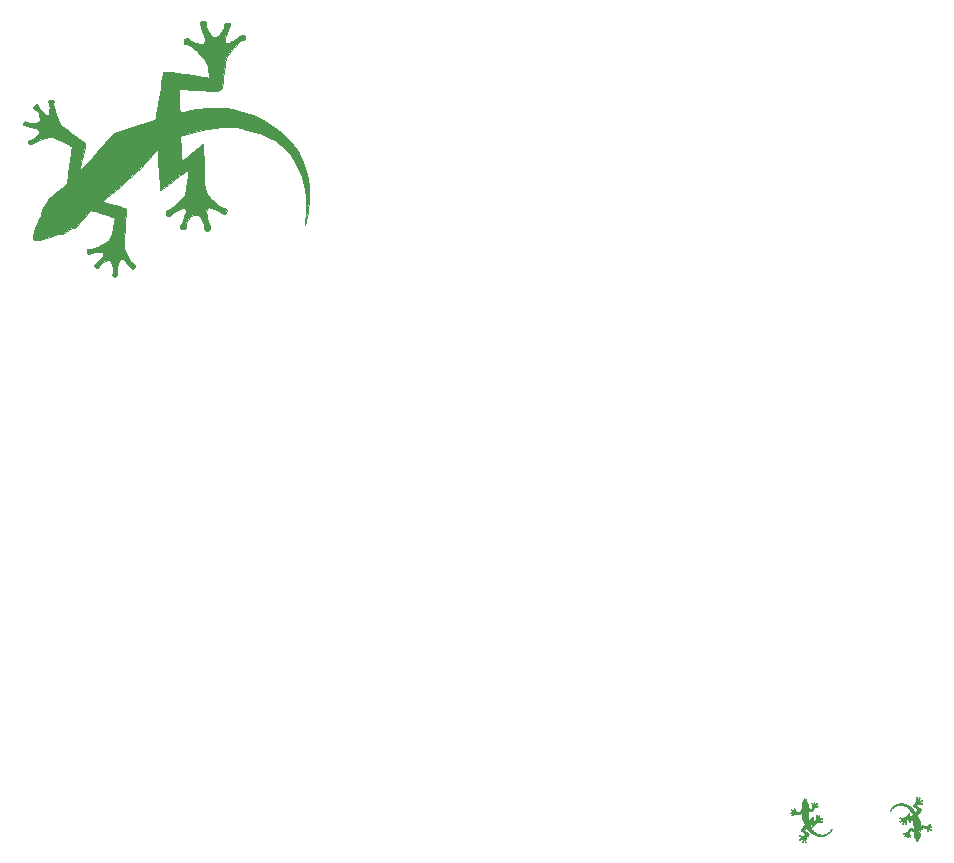
<source format=gbr>
%TF.GenerationSoftware,KiCad,Pcbnew,8.0.3*%
%TF.CreationDate,2024-09-02T20:30:28+10:00*%
%TF.ProjectId,Top_plate,546f705f-706c-4617-9465-2e6b69636164,rev?*%
%TF.SameCoordinates,Original*%
%TF.FileFunction,Soldermask,Bot*%
%TF.FilePolarity,Negative*%
%FSLAX46Y46*%
G04 Gerber Fmt 4.6, Leading zero omitted, Abs format (unit mm)*
G04 Created by KiCad (PCBNEW 8.0.3) date 2024-09-02 20:30:28*
%MOMM*%
%LPD*%
G01*
G04 APERTURE LIST*
%ADD10C,0.010000*%
G04 APERTURE END LIST*
D10*
%TO.C,G\u002A\u002A\u002A*%
X73734402Y-45595109D02*
X73845821Y-45730213D01*
X73832973Y-45903194D01*
X73832741Y-45903644D01*
X73816585Y-46034266D01*
X73890757Y-46226019D01*
X74067465Y-46510196D01*
X74071901Y-46516703D01*
X74247197Y-46765568D01*
X74366192Y-46901641D01*
X74463936Y-46954714D01*
X74575470Y-46954578D01*
X74585441Y-46953242D01*
X74733836Y-46918038D01*
X74864008Y-46838081D01*
X75014286Y-46681298D01*
X75214440Y-46426901D01*
X75362536Y-46192298D01*
X75388023Y-46027938D01*
X75366765Y-45974972D01*
X75335098Y-45852518D01*
X75439833Y-45761746D01*
X75475566Y-45744427D01*
X75691148Y-45705166D01*
X75838683Y-45783286D01*
X75880925Y-45943524D01*
X75830855Y-46080802D01*
X75727471Y-46281529D01*
X75602465Y-46562454D01*
X75533328Y-46733379D01*
X75438706Y-47032638D01*
X75433122Y-47237101D01*
X75486380Y-47358191D01*
X75564051Y-47449933D01*
X75657262Y-47474711D01*
X75807583Y-47426896D01*
X76056585Y-47300858D01*
X76106090Y-47274280D01*
X76376552Y-47112832D01*
X76590916Y-46956159D01*
X76694273Y-46849171D01*
X76835686Y-46727979D01*
X76997972Y-46732037D01*
X77126407Y-46835075D01*
X77166266Y-47010824D01*
X77153988Y-47069859D01*
X77063970Y-47209421D01*
X76927704Y-47227895D01*
X76832917Y-47238213D01*
X76722135Y-47301156D01*
X76570334Y-47438194D01*
X76352493Y-47670791D01*
X76163671Y-47883342D01*
X75943718Y-48136353D01*
X75775701Y-48348175D01*
X75649680Y-48548386D01*
X75555713Y-48766561D01*
X75483858Y-49032281D01*
X75424175Y-49375123D01*
X75366720Y-49824662D01*
X75301554Y-50410479D01*
X75295457Y-50466439D01*
X75264802Y-50795828D01*
X75239949Y-51048949D01*
X75200466Y-51234768D01*
X75125918Y-51362255D01*
X74995873Y-51440379D01*
X74789895Y-51478106D01*
X74487554Y-51484408D01*
X74068412Y-51468251D01*
X73512038Y-51438604D01*
X73125000Y-51419076D01*
X71538377Y-51343542D01*
X71569281Y-52303186D01*
X71584699Y-52687868D01*
X71603156Y-53005573D01*
X71622218Y-53220976D01*
X71637821Y-53298119D01*
X71730811Y-53295114D01*
X71952048Y-53259065D01*
X72265135Y-53196490D01*
X72523560Y-53139459D01*
X73193563Y-53026264D01*
X73961789Y-52961843D01*
X74763862Y-52947697D01*
X75535404Y-52985324D01*
X76101468Y-53056093D01*
X76639434Y-53175455D01*
X77246738Y-53354617D01*
X77863713Y-53572547D01*
X78430688Y-53808217D01*
X78877183Y-54034307D01*
X79369007Y-54350916D01*
X79892043Y-54740806D01*
X80395130Y-55162175D01*
X80827106Y-55573220D01*
X81021526Y-55786427D01*
X81619703Y-56620333D01*
X82080598Y-57541162D01*
X82401001Y-58532401D01*
X82577701Y-59577537D01*
X82607488Y-60660060D01*
X82487152Y-61763457D01*
X82325045Y-62490981D01*
X82223564Y-62868446D01*
X82267000Y-62492804D01*
X82299068Y-62055350D01*
X82310165Y-61522715D01*
X82301937Y-60946270D01*
X82276027Y-60377388D01*
X82234079Y-59867443D01*
X82177737Y-59467807D01*
X82168798Y-59423607D01*
X81897763Y-58502698D01*
X81497605Y-57647535D01*
X80983121Y-56879048D01*
X80369106Y-56218168D01*
X79670354Y-55685825D01*
X79425660Y-55542993D01*
X78915225Y-55301343D01*
X78300719Y-55064798D01*
X77646548Y-54855437D01*
X77017122Y-54695342D01*
X76860270Y-54663521D01*
X76302505Y-54575847D01*
X75765740Y-54534476D01*
X75218527Y-54542171D01*
X74629420Y-54601699D01*
X73966972Y-54715823D01*
X73199738Y-54887307D01*
X72603381Y-55037763D01*
X71658916Y-55284113D01*
X71699327Y-56372014D01*
X71720698Y-56772795D01*
X71750531Y-57098377D01*
X71785163Y-57319246D01*
X71820933Y-57405892D01*
X71827510Y-57404774D01*
X71922995Y-57332408D01*
X72121076Y-57174136D01*
X72394119Y-56952280D01*
X72714486Y-56689165D01*
X72761777Y-56650112D01*
X73608271Y-55950590D01*
X73642530Y-57837787D01*
X73656379Y-58474599D01*
X73673638Y-58966842D01*
X73696937Y-59339279D01*
X73728907Y-59616672D01*
X73772181Y-59823785D01*
X73829388Y-59985378D01*
X73881787Y-60089411D01*
X74059052Y-60342548D01*
X74310425Y-60624243D01*
X74600875Y-60903418D01*
X74895376Y-61148997D01*
X75158898Y-61329901D01*
X75356412Y-61415053D01*
X75378935Y-61417685D01*
X75535613Y-61455543D01*
X75596535Y-61587674D01*
X75600743Y-61612721D01*
X75570543Y-61810037D01*
X75442393Y-61911691D01*
X75269594Y-61888390D01*
X75196899Y-61834654D01*
X75030909Y-61719146D01*
X74780376Y-61590344D01*
X74500962Y-61471554D01*
X74248332Y-61386082D01*
X74078147Y-61357233D01*
X74062022Y-61359492D01*
X73894956Y-61475907D01*
X73838362Y-61718993D01*
X73892464Y-62086883D01*
X73949163Y-62280969D01*
X74052402Y-62585851D01*
X74145280Y-62838764D01*
X74207509Y-62984570D01*
X74216696Y-63147101D01*
X74103852Y-63283811D01*
X73918174Y-63339760D01*
X73729364Y-63286662D01*
X73671416Y-63147389D01*
X73703922Y-63043527D01*
X73714305Y-62885311D01*
X73617960Y-62635750D01*
X73502835Y-62428321D01*
X73347396Y-62175141D01*
X73239375Y-62035305D01*
X73142091Y-61975187D01*
X73018855Y-61961162D01*
X72992919Y-61960945D01*
X72764830Y-62031131D01*
X72524854Y-62210324D01*
X72318933Y-62449273D01*
X72193008Y-62698736D01*
X72175283Y-62837377D01*
X72139823Y-63080421D01*
X71993893Y-63206194D01*
X71896499Y-63220023D01*
X71748022Y-63156062D01*
X71660528Y-63012786D01*
X71671957Y-62863110D01*
X71695067Y-62832884D01*
X71774631Y-62707470D01*
X71887570Y-62474579D01*
X72004038Y-62197927D01*
X72112146Y-61900887D01*
X72150989Y-61712157D01*
X72124058Y-61587143D01*
X72058411Y-61503944D01*
X71954771Y-61425696D01*
X71834823Y-61417215D01*
X71652379Y-61485259D01*
X71439399Y-61594506D01*
X71177271Y-61751758D01*
X70972053Y-61905544D01*
X70884922Y-61999490D01*
X70744521Y-62113438D01*
X70579567Y-62102242D01*
X70452721Y-61985908D01*
X70420150Y-61851094D01*
X70453408Y-61691070D01*
X70592121Y-61618314D01*
X70611772Y-61613572D01*
X70774927Y-61525290D01*
X71027670Y-61322586D01*
X71351023Y-61020996D01*
X71423180Y-60949494D01*
X72042966Y-60329708D01*
X72222061Y-59225166D01*
X72289593Y-58820063D01*
X72332871Y-58524041D01*
X72336696Y-58335874D01*
X72285870Y-58254335D01*
X72165196Y-58278202D01*
X71959478Y-58406246D01*
X71653516Y-58637243D01*
X71232114Y-58969967D01*
X71030592Y-59129087D01*
X70676674Y-59403771D01*
X70371309Y-59633250D01*
X70138027Y-59800433D01*
X70000363Y-59888231D01*
X69973911Y-59896468D01*
X69959172Y-59804481D01*
X69938427Y-59569333D01*
X69913484Y-59217016D01*
X69886158Y-58773521D01*
X69858258Y-58264838D01*
X69852850Y-58159186D01*
X69825452Y-57643805D01*
X69798858Y-57191389D01*
X69774760Y-56827155D01*
X69754852Y-56576327D01*
X69740827Y-56464124D01*
X69738786Y-56460534D01*
X69675884Y-56521099D01*
X69522386Y-56686286D01*
X69299122Y-56933215D01*
X69026923Y-57239004D01*
X68925812Y-57353583D01*
X68619899Y-57693062D01*
X68319952Y-58006279D01*
X67998192Y-58319362D01*
X67626840Y-58658446D01*
X67178116Y-59049662D01*
X66624238Y-59519141D01*
X66619234Y-59523345D01*
X66190064Y-59885398D01*
X65807768Y-60210793D01*
X65490332Y-60483983D01*
X65255739Y-60689422D01*
X65121975Y-60811565D01*
X65097567Y-60838663D01*
X65174019Y-60874388D01*
X65382640Y-60945056D01*
X65692320Y-61040718D01*
X66071951Y-61151428D01*
X66105351Y-61160904D01*
X66488716Y-61272215D01*
X66804067Y-61369096D01*
X67020524Y-61441669D01*
X67107206Y-61480061D01*
X67107600Y-61481429D01*
X67081844Y-61698473D01*
X67052786Y-62028539D01*
X67022315Y-62438501D01*
X66992322Y-62895232D01*
X66964695Y-63365607D01*
X66941324Y-63816498D01*
X66924098Y-64214780D01*
X66914905Y-64527327D01*
X66915636Y-64721012D01*
X66920427Y-64763313D01*
X67031020Y-65061017D01*
X67182892Y-65384260D01*
X67352470Y-65691668D01*
X67516177Y-65941867D01*
X67650440Y-66093481D01*
X67692162Y-66117743D01*
X67820099Y-66225308D01*
X67837001Y-66386310D01*
X67740143Y-66524021D01*
X67707219Y-66541866D01*
X67620739Y-66543847D01*
X67501932Y-66465176D01*
X67324342Y-66284666D01*
X67177962Y-66117960D01*
X66965839Y-65875626D01*
X66828973Y-65741735D01*
X66733781Y-65695012D01*
X66646681Y-65714176D01*
X66589734Y-65745283D01*
X66452670Y-65873677D01*
X66367780Y-66085169D01*
X66326469Y-66410774D01*
X66318881Y-66723131D01*
X66287782Y-67025904D01*
X66201601Y-67194522D01*
X66071019Y-67216744D01*
X65957559Y-67137294D01*
X65896971Y-66993244D01*
X65940606Y-66910802D01*
X65989130Y-66760924D01*
X65975890Y-66520369D01*
X65915130Y-66249777D01*
X65821094Y-66009786D01*
X65708023Y-65861038D01*
X65691688Y-65851051D01*
X65513589Y-65839348D01*
X65273488Y-65916066D01*
X65029770Y-66050545D01*
X64840817Y-66212124D01*
X64769468Y-66335359D01*
X64682404Y-66479137D01*
X64589744Y-66500811D01*
X64436729Y-66438040D01*
X64385277Y-66293969D01*
X64454073Y-66134961D01*
X64479882Y-66110534D01*
X64624386Y-65976249D01*
X64823599Y-65776322D01*
X64925279Y-65669967D01*
X65101264Y-65464759D01*
X65166700Y-65326303D01*
X65140911Y-65212685D01*
X65138236Y-65208030D01*
X65005145Y-65128467D01*
X64767142Y-65100547D01*
X64479989Y-65122457D01*
X64199448Y-65192384D01*
X64083803Y-65242320D01*
X63904355Y-65275671D01*
X63792398Y-65188652D01*
X63736218Y-65024050D01*
X63790869Y-64895214D01*
X63921630Y-64856649D01*
X63989272Y-64879633D01*
X64129322Y-64876714D01*
X64371662Y-64802840D01*
X64675291Y-64677289D01*
X64999210Y-64519340D01*
X65302420Y-64348273D01*
X65543923Y-64183365D01*
X65629720Y-64108248D01*
X65742923Y-63920557D01*
X65863166Y-63587467D01*
X65982216Y-63132219D01*
X65994054Y-63079442D01*
X66182597Y-62226924D01*
X65206855Y-61921417D01*
X64821642Y-61802364D01*
X64493701Y-61703928D01*
X64257711Y-61636319D01*
X64148354Y-61609749D01*
X64148283Y-61609743D01*
X64062844Y-61667934D01*
X63895229Y-61830319D01*
X63671219Y-62070630D01*
X63463070Y-62307949D01*
X63183228Y-62629380D01*
X62977192Y-62846679D01*
X62812942Y-62987908D01*
X62658462Y-63081131D01*
X62508677Y-63144428D01*
X62239044Y-63272838D01*
X62007868Y-63427196D01*
X61965170Y-63465402D01*
X61778732Y-63591976D01*
X61659891Y-63579201D01*
X61536904Y-63576431D01*
X61290503Y-63628537D01*
X60954304Y-63727042D01*
X60624961Y-63840220D01*
X60075671Y-64024723D01*
X59666880Y-64119097D01*
X59391090Y-64115497D01*
X59240806Y-64006083D01*
X59208533Y-63783015D01*
X59286773Y-63438450D01*
X59468031Y-62964546D01*
X59568549Y-62735124D01*
X59727010Y-62363910D01*
X59846754Y-62047153D01*
X59916762Y-61816881D01*
X59926011Y-61705121D01*
X59923920Y-61702381D01*
X59924689Y-61594238D01*
X60049777Y-61426926D01*
X60057434Y-61419197D01*
X60231015Y-61198498D01*
X60386222Y-60927584D01*
X60405055Y-60885758D01*
X60479638Y-60732250D01*
X60575291Y-60595616D01*
X60720228Y-60447361D01*
X60942662Y-60258992D01*
X61270807Y-60002017D01*
X61310049Y-59971813D01*
X62075751Y-59382979D01*
X62284020Y-57845597D01*
X62350468Y-57355041D01*
X62408756Y-56924629D01*
X62455200Y-56581554D01*
X62486121Y-56353013D01*
X62497780Y-56266629D01*
X62431615Y-56200518D01*
X62248904Y-56082478D01*
X61986654Y-55931959D01*
X61681873Y-55768410D01*
X61371569Y-55611281D01*
X61092750Y-55480020D01*
X60882424Y-55394079D01*
X60793908Y-55371163D01*
X60575494Y-55394169D01*
X60266164Y-55470182D01*
X59919996Y-55580670D01*
X59591074Y-55707099D01*
X59333477Y-55830936D01*
X59220103Y-55910479D01*
X59047840Y-56005797D01*
X58891741Y-55979198D01*
X58809798Y-55844906D01*
X58807396Y-55809256D01*
X58854951Y-55685323D01*
X58998162Y-55626537D01*
X59170450Y-55541617D01*
X59387175Y-55377386D01*
X59485049Y-55286323D01*
X59673928Y-55062118D01*
X59726787Y-54889010D01*
X59635201Y-54754024D01*
X59390742Y-54644185D01*
X59007524Y-54550970D01*
X58659015Y-54477991D01*
X58449438Y-54419282D01*
X58350940Y-54359852D01*
X58335666Y-54284712D01*
X58364010Y-54204655D01*
X58486791Y-54065081D01*
X58644634Y-54088914D01*
X58710109Y-54142481D01*
X58863865Y-54200802D01*
X59111959Y-54211192D01*
X59388584Y-54180744D01*
X59627934Y-54116546D01*
X59761979Y-54029133D01*
X59786787Y-53877958D01*
X59748610Y-53650121D01*
X59667604Y-53404897D01*
X59563931Y-53201560D01*
X59457744Y-53099388D01*
X59444853Y-53096632D01*
X59314321Y-53020943D01*
X59242660Y-52878763D01*
X59269222Y-52750114D01*
X59272712Y-52746550D01*
X59452807Y-52645348D01*
X59601217Y-52695210D01*
X59664132Y-52809143D01*
X59767060Y-53007996D01*
X59939630Y-53219942D01*
X60140581Y-53406615D01*
X60328652Y-53529648D01*
X60461918Y-53550976D01*
X60533120Y-53440405D01*
X60580450Y-53221770D01*
X60600580Y-52955086D01*
X60590175Y-52700374D01*
X60545908Y-52517648D01*
X60521278Y-52481283D01*
X60502868Y-52380042D01*
X60593740Y-52284748D01*
X60736560Y-52231556D01*
X60873994Y-52256625D01*
X60875707Y-52257772D01*
X60950855Y-52391935D01*
X60918809Y-52494095D01*
X60908544Y-52637529D01*
X60954414Y-52892035D01*
X61042188Y-53214663D01*
X61157633Y-53562465D01*
X61286518Y-53892491D01*
X61414614Y-54161791D01*
X61525594Y-54325328D01*
X61645494Y-54428379D01*
X61872987Y-54608537D01*
X62178830Y-54843170D01*
X62533774Y-55109642D01*
X62657145Y-55201038D01*
X63005867Y-55461445D01*
X63299504Y-55686332D01*
X63514045Y-55856872D01*
X63625482Y-55954233D01*
X63635799Y-55968582D01*
X63615645Y-56061633D01*
X63563777Y-56288415D01*
X63487375Y-56617855D01*
X63393618Y-57018876D01*
X63362268Y-57152382D01*
X63268335Y-57564527D01*
X63195092Y-57910559D01*
X63148358Y-58160923D01*
X63133954Y-58286070D01*
X63137288Y-58294852D01*
X63202823Y-58234009D01*
X63364607Y-58062757D01*
X63607254Y-57798008D01*
X63915377Y-57456677D01*
X64273588Y-57055676D01*
X64608005Y-56678223D01*
X66035141Y-55061596D01*
X67797290Y-54506796D01*
X68314150Y-54339614D01*
X68773652Y-54182482D01*
X69152035Y-54044229D01*
X69425536Y-53933678D01*
X69570397Y-53859656D01*
X69587074Y-53841976D01*
X69607753Y-53729509D01*
X69650439Y-53475129D01*
X69711003Y-53104231D01*
X69785315Y-52642206D01*
X69869249Y-52114448D01*
X69912914Y-51837789D01*
X70000185Y-51290353D01*
X70080525Y-50799370D01*
X70149739Y-50389443D01*
X70203633Y-50085174D01*
X70238012Y-49911164D01*
X70246655Y-49880545D01*
X70336882Y-49874624D01*
X70569990Y-49892929D01*
X70921707Y-49932601D01*
X71367758Y-49990777D01*
X71883872Y-50064599D01*
X72150062Y-50104857D01*
X72693040Y-50186885D01*
X73179121Y-50257432D01*
X73583629Y-50313153D01*
X73881887Y-50350704D01*
X74049219Y-50366739D01*
X74075658Y-50365873D01*
X74104010Y-50269202D01*
X74092507Y-50057170D01*
X74049642Y-49776702D01*
X73983905Y-49474724D01*
X73903790Y-49198159D01*
X73832329Y-49021274D01*
X73658834Y-48762145D01*
X73368168Y-48430008D01*
X73057039Y-48120249D01*
X72757171Y-47843522D01*
X72542922Y-47667741D01*
X72382964Y-47571385D01*
X72245973Y-47532935D01*
X72196550Y-47529134D01*
X72021472Y-47510123D01*
X71958709Y-47438380D01*
X71951070Y-47318716D01*
X71996361Y-47141203D01*
X72071427Y-47063451D01*
X72193039Y-47001580D01*
X72216822Y-46984811D01*
X72286517Y-47019466D01*
X72419897Y-47137820D01*
X72423455Y-47141368D01*
X72607666Y-47271114D01*
X72880653Y-47404730D01*
X73058654Y-47471461D01*
X73328530Y-47549198D01*
X73493443Y-47558510D01*
X73604423Y-47496840D01*
X73653194Y-47441689D01*
X73724235Y-47293663D01*
X73725580Y-47086801D01*
X73656835Y-46775610D01*
X73647103Y-46740601D01*
X73551003Y-46432256D01*
X73451757Y-46165915D01*
X73385936Y-46027148D01*
X73319636Y-45808586D01*
X73377848Y-45633520D01*
X73542915Y-45551576D01*
X73734402Y-45595109D01*
G36*
X73734402Y-45595109D02*
G01*
X73845821Y-45730213D01*
X73832973Y-45903194D01*
X73832741Y-45903644D01*
X73816585Y-46034266D01*
X73890757Y-46226019D01*
X74067465Y-46510196D01*
X74071901Y-46516703D01*
X74247197Y-46765568D01*
X74366192Y-46901641D01*
X74463936Y-46954714D01*
X74575470Y-46954578D01*
X74585441Y-46953242D01*
X74733836Y-46918038D01*
X74864008Y-46838081D01*
X75014286Y-46681298D01*
X75214440Y-46426901D01*
X75362536Y-46192298D01*
X75388023Y-46027938D01*
X75366765Y-45974972D01*
X75335098Y-45852518D01*
X75439833Y-45761746D01*
X75475566Y-45744427D01*
X75691148Y-45705166D01*
X75838683Y-45783286D01*
X75880925Y-45943524D01*
X75830855Y-46080802D01*
X75727471Y-46281529D01*
X75602465Y-46562454D01*
X75533328Y-46733379D01*
X75438706Y-47032638D01*
X75433122Y-47237101D01*
X75486380Y-47358191D01*
X75564051Y-47449933D01*
X75657262Y-47474711D01*
X75807583Y-47426896D01*
X76056585Y-47300858D01*
X76106090Y-47274280D01*
X76376552Y-47112832D01*
X76590916Y-46956159D01*
X76694273Y-46849171D01*
X76835686Y-46727979D01*
X76997972Y-46732037D01*
X77126407Y-46835075D01*
X77166266Y-47010824D01*
X77153988Y-47069859D01*
X77063970Y-47209421D01*
X76927704Y-47227895D01*
X76832917Y-47238213D01*
X76722135Y-47301156D01*
X76570334Y-47438194D01*
X76352493Y-47670791D01*
X76163671Y-47883342D01*
X75943718Y-48136353D01*
X75775701Y-48348175D01*
X75649680Y-48548386D01*
X75555713Y-48766561D01*
X75483858Y-49032281D01*
X75424175Y-49375123D01*
X75366720Y-49824662D01*
X75301554Y-50410479D01*
X75295457Y-50466439D01*
X75264802Y-50795828D01*
X75239949Y-51048949D01*
X75200466Y-51234768D01*
X75125918Y-51362255D01*
X74995873Y-51440379D01*
X74789895Y-51478106D01*
X74487554Y-51484408D01*
X74068412Y-51468251D01*
X73512038Y-51438604D01*
X73125000Y-51419076D01*
X71538377Y-51343542D01*
X71569281Y-52303186D01*
X71584699Y-52687868D01*
X71603156Y-53005573D01*
X71622218Y-53220976D01*
X71637821Y-53298119D01*
X71730811Y-53295114D01*
X71952048Y-53259065D01*
X72265135Y-53196490D01*
X72523560Y-53139459D01*
X73193563Y-53026264D01*
X73961789Y-52961843D01*
X74763862Y-52947697D01*
X75535404Y-52985324D01*
X76101468Y-53056093D01*
X76639434Y-53175455D01*
X77246738Y-53354617D01*
X77863713Y-53572547D01*
X78430688Y-53808217D01*
X78877183Y-54034307D01*
X79369007Y-54350916D01*
X79892043Y-54740806D01*
X80395130Y-55162175D01*
X80827106Y-55573220D01*
X81021526Y-55786427D01*
X81619703Y-56620333D01*
X82080598Y-57541162D01*
X82401001Y-58532401D01*
X82577701Y-59577537D01*
X82607488Y-60660060D01*
X82487152Y-61763457D01*
X82325045Y-62490981D01*
X82223564Y-62868446D01*
X82267000Y-62492804D01*
X82299068Y-62055350D01*
X82310165Y-61522715D01*
X82301937Y-60946270D01*
X82276027Y-60377388D01*
X82234079Y-59867443D01*
X82177737Y-59467807D01*
X82168798Y-59423607D01*
X81897763Y-58502698D01*
X81497605Y-57647535D01*
X80983121Y-56879048D01*
X80369106Y-56218168D01*
X79670354Y-55685825D01*
X79425660Y-55542993D01*
X78915225Y-55301343D01*
X78300719Y-55064798D01*
X77646548Y-54855437D01*
X77017122Y-54695342D01*
X76860270Y-54663521D01*
X76302505Y-54575847D01*
X75765740Y-54534476D01*
X75218527Y-54542171D01*
X74629420Y-54601699D01*
X73966972Y-54715823D01*
X73199738Y-54887307D01*
X72603381Y-55037763D01*
X71658916Y-55284113D01*
X71699327Y-56372014D01*
X71720698Y-56772795D01*
X71750531Y-57098377D01*
X71785163Y-57319246D01*
X71820933Y-57405892D01*
X71827510Y-57404774D01*
X71922995Y-57332408D01*
X72121076Y-57174136D01*
X72394119Y-56952280D01*
X72714486Y-56689165D01*
X72761777Y-56650112D01*
X73608271Y-55950590D01*
X73642530Y-57837787D01*
X73656379Y-58474599D01*
X73673638Y-58966842D01*
X73696937Y-59339279D01*
X73728907Y-59616672D01*
X73772181Y-59823785D01*
X73829388Y-59985378D01*
X73881787Y-60089411D01*
X74059052Y-60342548D01*
X74310425Y-60624243D01*
X74600875Y-60903418D01*
X74895376Y-61148997D01*
X75158898Y-61329901D01*
X75356412Y-61415053D01*
X75378935Y-61417685D01*
X75535613Y-61455543D01*
X75596535Y-61587674D01*
X75600743Y-61612721D01*
X75570543Y-61810037D01*
X75442393Y-61911691D01*
X75269594Y-61888390D01*
X75196899Y-61834654D01*
X75030909Y-61719146D01*
X74780376Y-61590344D01*
X74500962Y-61471554D01*
X74248332Y-61386082D01*
X74078147Y-61357233D01*
X74062022Y-61359492D01*
X73894956Y-61475907D01*
X73838362Y-61718993D01*
X73892464Y-62086883D01*
X73949163Y-62280969D01*
X74052402Y-62585851D01*
X74145280Y-62838764D01*
X74207509Y-62984570D01*
X74216696Y-63147101D01*
X74103852Y-63283811D01*
X73918174Y-63339760D01*
X73729364Y-63286662D01*
X73671416Y-63147389D01*
X73703922Y-63043527D01*
X73714305Y-62885311D01*
X73617960Y-62635750D01*
X73502835Y-62428321D01*
X73347396Y-62175141D01*
X73239375Y-62035305D01*
X73142091Y-61975187D01*
X73018855Y-61961162D01*
X72992919Y-61960945D01*
X72764830Y-62031131D01*
X72524854Y-62210324D01*
X72318933Y-62449273D01*
X72193008Y-62698736D01*
X72175283Y-62837377D01*
X72139823Y-63080421D01*
X71993893Y-63206194D01*
X71896499Y-63220023D01*
X71748022Y-63156062D01*
X71660528Y-63012786D01*
X71671957Y-62863110D01*
X71695067Y-62832884D01*
X71774631Y-62707470D01*
X71887570Y-62474579D01*
X72004038Y-62197927D01*
X72112146Y-61900887D01*
X72150989Y-61712157D01*
X72124058Y-61587143D01*
X72058411Y-61503944D01*
X71954771Y-61425696D01*
X71834823Y-61417215D01*
X71652379Y-61485259D01*
X71439399Y-61594506D01*
X71177271Y-61751758D01*
X70972053Y-61905544D01*
X70884922Y-61999490D01*
X70744521Y-62113438D01*
X70579567Y-62102242D01*
X70452721Y-61985908D01*
X70420150Y-61851094D01*
X70453408Y-61691070D01*
X70592121Y-61618314D01*
X70611772Y-61613572D01*
X70774927Y-61525290D01*
X71027670Y-61322586D01*
X71351023Y-61020996D01*
X71423180Y-60949494D01*
X72042966Y-60329708D01*
X72222061Y-59225166D01*
X72289593Y-58820063D01*
X72332871Y-58524041D01*
X72336696Y-58335874D01*
X72285870Y-58254335D01*
X72165196Y-58278202D01*
X71959478Y-58406246D01*
X71653516Y-58637243D01*
X71232114Y-58969967D01*
X71030592Y-59129087D01*
X70676674Y-59403771D01*
X70371309Y-59633250D01*
X70138027Y-59800433D01*
X70000363Y-59888231D01*
X69973911Y-59896468D01*
X69959172Y-59804481D01*
X69938427Y-59569333D01*
X69913484Y-59217016D01*
X69886158Y-58773521D01*
X69858258Y-58264838D01*
X69852850Y-58159186D01*
X69825452Y-57643805D01*
X69798858Y-57191389D01*
X69774760Y-56827155D01*
X69754852Y-56576327D01*
X69740827Y-56464124D01*
X69738786Y-56460534D01*
X69675884Y-56521099D01*
X69522386Y-56686286D01*
X69299122Y-56933215D01*
X69026923Y-57239004D01*
X68925812Y-57353583D01*
X68619899Y-57693062D01*
X68319952Y-58006279D01*
X67998192Y-58319362D01*
X67626840Y-58658446D01*
X67178116Y-59049662D01*
X66624238Y-59519141D01*
X66619234Y-59523345D01*
X66190064Y-59885398D01*
X65807768Y-60210793D01*
X65490332Y-60483983D01*
X65255739Y-60689422D01*
X65121975Y-60811565D01*
X65097567Y-60838663D01*
X65174019Y-60874388D01*
X65382640Y-60945056D01*
X65692320Y-61040718D01*
X66071951Y-61151428D01*
X66105351Y-61160904D01*
X66488716Y-61272215D01*
X66804067Y-61369096D01*
X67020524Y-61441669D01*
X67107206Y-61480061D01*
X67107600Y-61481429D01*
X67081844Y-61698473D01*
X67052786Y-62028539D01*
X67022315Y-62438501D01*
X66992322Y-62895232D01*
X66964695Y-63365607D01*
X66941324Y-63816498D01*
X66924098Y-64214780D01*
X66914905Y-64527327D01*
X66915636Y-64721012D01*
X66920427Y-64763313D01*
X67031020Y-65061017D01*
X67182892Y-65384260D01*
X67352470Y-65691668D01*
X67516177Y-65941867D01*
X67650440Y-66093481D01*
X67692162Y-66117743D01*
X67820099Y-66225308D01*
X67837001Y-66386310D01*
X67740143Y-66524021D01*
X67707219Y-66541866D01*
X67620739Y-66543847D01*
X67501932Y-66465176D01*
X67324342Y-66284666D01*
X67177962Y-66117960D01*
X66965839Y-65875626D01*
X66828973Y-65741735D01*
X66733781Y-65695012D01*
X66646681Y-65714176D01*
X66589734Y-65745283D01*
X66452670Y-65873677D01*
X66367780Y-66085169D01*
X66326469Y-66410774D01*
X66318881Y-66723131D01*
X66287782Y-67025904D01*
X66201601Y-67194522D01*
X66071019Y-67216744D01*
X65957559Y-67137294D01*
X65896971Y-66993244D01*
X65940606Y-66910802D01*
X65989130Y-66760924D01*
X65975890Y-66520369D01*
X65915130Y-66249777D01*
X65821094Y-66009786D01*
X65708023Y-65861038D01*
X65691688Y-65851051D01*
X65513589Y-65839348D01*
X65273488Y-65916066D01*
X65029770Y-66050545D01*
X64840817Y-66212124D01*
X64769468Y-66335359D01*
X64682404Y-66479137D01*
X64589744Y-66500811D01*
X64436729Y-66438040D01*
X64385277Y-66293969D01*
X64454073Y-66134961D01*
X64479882Y-66110534D01*
X64624386Y-65976249D01*
X64823599Y-65776322D01*
X64925279Y-65669967D01*
X65101264Y-65464759D01*
X65166700Y-65326303D01*
X65140911Y-65212685D01*
X65138236Y-65208030D01*
X65005145Y-65128467D01*
X64767142Y-65100547D01*
X64479989Y-65122457D01*
X64199448Y-65192384D01*
X64083803Y-65242320D01*
X63904355Y-65275671D01*
X63792398Y-65188652D01*
X63736218Y-65024050D01*
X63790869Y-64895214D01*
X63921630Y-64856649D01*
X63989272Y-64879633D01*
X64129322Y-64876714D01*
X64371662Y-64802840D01*
X64675291Y-64677289D01*
X64999210Y-64519340D01*
X65302420Y-64348273D01*
X65543923Y-64183365D01*
X65629720Y-64108248D01*
X65742923Y-63920557D01*
X65863166Y-63587467D01*
X65982216Y-63132219D01*
X65994054Y-63079442D01*
X66182597Y-62226924D01*
X65206855Y-61921417D01*
X64821642Y-61802364D01*
X64493701Y-61703928D01*
X64257711Y-61636319D01*
X64148354Y-61609749D01*
X64148283Y-61609743D01*
X64062844Y-61667934D01*
X63895229Y-61830319D01*
X63671219Y-62070630D01*
X63463070Y-62307949D01*
X63183228Y-62629380D01*
X62977192Y-62846679D01*
X62812942Y-62987908D01*
X62658462Y-63081131D01*
X62508677Y-63144428D01*
X62239044Y-63272838D01*
X62007868Y-63427196D01*
X61965170Y-63465402D01*
X61778732Y-63591976D01*
X61659891Y-63579201D01*
X61536904Y-63576431D01*
X61290503Y-63628537D01*
X60954304Y-63727042D01*
X60624961Y-63840220D01*
X60075671Y-64024723D01*
X59666880Y-64119097D01*
X59391090Y-64115497D01*
X59240806Y-64006083D01*
X59208533Y-63783015D01*
X59286773Y-63438450D01*
X59468031Y-62964546D01*
X59568549Y-62735124D01*
X59727010Y-62363910D01*
X59846754Y-62047153D01*
X59916762Y-61816881D01*
X59926011Y-61705121D01*
X59923920Y-61702381D01*
X59924689Y-61594238D01*
X60049777Y-61426926D01*
X60057434Y-61419197D01*
X60231015Y-61198498D01*
X60386222Y-60927584D01*
X60405055Y-60885758D01*
X60479638Y-60732250D01*
X60575291Y-60595616D01*
X60720228Y-60447361D01*
X60942662Y-60258992D01*
X61270807Y-60002017D01*
X61310049Y-59971813D01*
X62075751Y-59382979D01*
X62284020Y-57845597D01*
X62350468Y-57355041D01*
X62408756Y-56924629D01*
X62455200Y-56581554D01*
X62486121Y-56353013D01*
X62497780Y-56266629D01*
X62431615Y-56200518D01*
X62248904Y-56082478D01*
X61986654Y-55931959D01*
X61681873Y-55768410D01*
X61371569Y-55611281D01*
X61092750Y-55480020D01*
X60882424Y-55394079D01*
X60793908Y-55371163D01*
X60575494Y-55394169D01*
X60266164Y-55470182D01*
X59919996Y-55580670D01*
X59591074Y-55707099D01*
X59333477Y-55830936D01*
X59220103Y-55910479D01*
X59047840Y-56005797D01*
X58891741Y-55979198D01*
X58809798Y-55844906D01*
X58807396Y-55809256D01*
X58854951Y-55685323D01*
X58998162Y-55626537D01*
X59170450Y-55541617D01*
X59387175Y-55377386D01*
X59485049Y-55286323D01*
X59673928Y-55062118D01*
X59726787Y-54889010D01*
X59635201Y-54754024D01*
X59390742Y-54644185D01*
X59007524Y-54550970D01*
X58659015Y-54477991D01*
X58449438Y-54419282D01*
X58350940Y-54359852D01*
X58335666Y-54284712D01*
X58364010Y-54204655D01*
X58486791Y-54065081D01*
X58644634Y-54088914D01*
X58710109Y-54142481D01*
X58863865Y-54200802D01*
X59111959Y-54211192D01*
X59388584Y-54180744D01*
X59627934Y-54116546D01*
X59761979Y-54029133D01*
X59786787Y-53877958D01*
X59748610Y-53650121D01*
X59667604Y-53404897D01*
X59563931Y-53201560D01*
X59457744Y-53099388D01*
X59444853Y-53096632D01*
X59314321Y-53020943D01*
X59242660Y-52878763D01*
X59269222Y-52750114D01*
X59272712Y-52746550D01*
X59452807Y-52645348D01*
X59601217Y-52695210D01*
X59664132Y-52809143D01*
X59767060Y-53007996D01*
X59939630Y-53219942D01*
X60140581Y-53406615D01*
X60328652Y-53529648D01*
X60461918Y-53550976D01*
X60533120Y-53440405D01*
X60580450Y-53221770D01*
X60600580Y-52955086D01*
X60590175Y-52700374D01*
X60545908Y-52517648D01*
X60521278Y-52481283D01*
X60502868Y-52380042D01*
X60593740Y-52284748D01*
X60736560Y-52231556D01*
X60873994Y-52256625D01*
X60875707Y-52257772D01*
X60950855Y-52391935D01*
X60918809Y-52494095D01*
X60908544Y-52637529D01*
X60954414Y-52892035D01*
X61042188Y-53214663D01*
X61157633Y-53562465D01*
X61286518Y-53892491D01*
X61414614Y-54161791D01*
X61525594Y-54325328D01*
X61645494Y-54428379D01*
X61872987Y-54608537D01*
X62178830Y-54843170D01*
X62533774Y-55109642D01*
X62657145Y-55201038D01*
X63005867Y-55461445D01*
X63299504Y-55686332D01*
X63514045Y-55856872D01*
X63625482Y-55954233D01*
X63635799Y-55968582D01*
X63615645Y-56061633D01*
X63563777Y-56288415D01*
X63487375Y-56617855D01*
X63393618Y-57018876D01*
X63362268Y-57152382D01*
X63268335Y-57564527D01*
X63195092Y-57910559D01*
X63148358Y-58160923D01*
X63133954Y-58286070D01*
X63137288Y-58294852D01*
X63202823Y-58234009D01*
X63364607Y-58062757D01*
X63607254Y-57798008D01*
X63915377Y-57456677D01*
X64273588Y-57055676D01*
X64608005Y-56678223D01*
X66035141Y-55061596D01*
X67797290Y-54506796D01*
X68314150Y-54339614D01*
X68773652Y-54182482D01*
X69152035Y-54044229D01*
X69425536Y-53933678D01*
X69570397Y-53859656D01*
X69587074Y-53841976D01*
X69607753Y-53729509D01*
X69650439Y-53475129D01*
X69711003Y-53104231D01*
X69785315Y-52642206D01*
X69869249Y-52114448D01*
X69912914Y-51837789D01*
X70000185Y-51290353D01*
X70080525Y-50799370D01*
X70149739Y-50389443D01*
X70203633Y-50085174D01*
X70238012Y-49911164D01*
X70246655Y-49880545D01*
X70336882Y-49874624D01*
X70569990Y-49892929D01*
X70921707Y-49932601D01*
X71367758Y-49990777D01*
X71883872Y-50064599D01*
X72150062Y-50104857D01*
X72693040Y-50186885D01*
X73179121Y-50257432D01*
X73583629Y-50313153D01*
X73881887Y-50350704D01*
X74049219Y-50366739D01*
X74075658Y-50365873D01*
X74104010Y-50269202D01*
X74092507Y-50057170D01*
X74049642Y-49776702D01*
X73983905Y-49474724D01*
X73903790Y-49198159D01*
X73832329Y-49021274D01*
X73658834Y-48762145D01*
X73368168Y-48430008D01*
X73057039Y-48120249D01*
X72757171Y-47843522D01*
X72542922Y-47667741D01*
X72382964Y-47571385D01*
X72245973Y-47532935D01*
X72196550Y-47529134D01*
X72021472Y-47510123D01*
X71958709Y-47438380D01*
X71951070Y-47318716D01*
X71996361Y-47141203D01*
X72071427Y-47063451D01*
X72193039Y-47001580D01*
X72216822Y-46984811D01*
X72286517Y-47019466D01*
X72419897Y-47137820D01*
X72423455Y-47141368D01*
X72607666Y-47271114D01*
X72880653Y-47404730D01*
X73058654Y-47471461D01*
X73328530Y-47549198D01*
X73493443Y-47558510D01*
X73604423Y-47496840D01*
X73653194Y-47441689D01*
X73724235Y-47293663D01*
X73725580Y-47086801D01*
X73656835Y-46775610D01*
X73647103Y-46740601D01*
X73551003Y-46432256D01*
X73451757Y-46165915D01*
X73385936Y-46027148D01*
X73319636Y-45808586D01*
X73377848Y-45633520D01*
X73542915Y-45551576D01*
X73734402Y-45595109D01*
G37*
X134009762Y-111281128D02*
X134027405Y-111297911D01*
X134029550Y-111325765D01*
X134029165Y-111348075D01*
X134035284Y-111387429D01*
X134046846Y-111433240D01*
X134049278Y-111441310D01*
X134062321Y-111481089D01*
X134073193Y-111502105D01*
X134085707Y-111509363D01*
X134103676Y-111507871D01*
X134122169Y-111500676D01*
X134143263Y-111478397D01*
X134164968Y-111436620D01*
X134175765Y-111411157D01*
X134192302Y-111368102D01*
X134202627Y-111335846D01*
X134211877Y-111315975D01*
X134233353Y-111303459D01*
X134257287Y-111310822D01*
X134275989Y-111337852D01*
X134277942Y-111343479D01*
X134279423Y-111364216D01*
X134263076Y-111373845D01*
X134255203Y-111377208D01*
X134240474Y-111397345D01*
X134231298Y-111437936D01*
X134225545Y-111486148D01*
X134224855Y-111518717D01*
X134230181Y-111541005D01*
X134242187Y-111560478D01*
X134243103Y-111561678D01*
X134254918Y-111573522D01*
X134270915Y-111578260D01*
X134297969Y-111576449D01*
X134342958Y-111568646D01*
X134344119Y-111568426D01*
X134393003Y-111557027D01*
X134421208Y-111544556D01*
X134433349Y-111528988D01*
X134433373Y-111528915D01*
X134450357Y-111509205D01*
X134476505Y-111506693D01*
X134501433Y-111522386D01*
X134510249Y-111548585D01*
X134497855Y-111573328D01*
X134467641Y-111589478D01*
X134445941Y-111597215D01*
X134407164Y-111614938D01*
X134364267Y-111637450D01*
X134359521Y-111640131D01*
X134319223Y-111665846D01*
X134297424Y-111687930D01*
X134289259Y-111711166D01*
X134288582Y-111722188D01*
X134293812Y-111740501D01*
X134312292Y-111757005D01*
X134349162Y-111777384D01*
X134375119Y-111789186D01*
X134418246Y-111803968D01*
X134451546Y-111809745D01*
X134452300Y-111809747D01*
X134479000Y-111811340D01*
X134490069Y-111815057D01*
X134490812Y-111819358D01*
X134497149Y-111838819D01*
X134496864Y-111855028D01*
X134482840Y-111878660D01*
X134469337Y-111890542D01*
X134455071Y-111891495D01*
X134434484Y-111874941D01*
X134428839Y-111870102D01*
X134410231Y-111859650D01*
X134383045Y-111852904D01*
X134341676Y-111848824D01*
X134280519Y-111846370D01*
X134214663Y-111846224D01*
X134148605Y-111850623D01*
X134102719Y-111859706D01*
X134076377Y-111870888D01*
X134038546Y-111891724D01*
X133999544Y-111916782D01*
X133965249Y-111941983D01*
X133941540Y-111963253D01*
X133934293Y-111976513D01*
X133937006Y-111979409D01*
X133956455Y-111995457D01*
X133992073Y-112023109D01*
X134040887Y-112060103D01*
X134099927Y-112104177D01*
X134166219Y-112153069D01*
X134198722Y-112177032D01*
X134261294Y-112223944D01*
X134314776Y-112265085D01*
X134356289Y-112298182D01*
X134382955Y-112320965D01*
X134391897Y-112331164D01*
X134389566Y-112335328D01*
X134374756Y-112357431D01*
X134348200Y-112395420D01*
X134312062Y-112446240D01*
X134268507Y-112506838D01*
X134219699Y-112574159D01*
X134194986Y-112608135D01*
X134147911Y-112673014D01*
X134106788Y-112729902D01*
X134073872Y-112775665D01*
X134051419Y-112807174D01*
X134041683Y-112821296D01*
X134041577Y-112824940D01*
X134049090Y-112848156D01*
X134066374Y-112888891D01*
X134091843Y-112943688D01*
X134123915Y-113009092D01*
X134161004Y-113081646D01*
X134289062Y-113327395D01*
X134268964Y-113650235D01*
X134264399Y-113725740D01*
X134259861Y-113806267D01*
X134256338Y-113875152D01*
X134253994Y-113928970D01*
X134252990Y-113964293D01*
X134253487Y-113977698D01*
X134254773Y-113977120D01*
X134266519Y-113962318D01*
X134288117Y-113930806D01*
X134317050Y-113886336D01*
X134350802Y-113832658D01*
X134361637Y-113815172D01*
X134394228Y-113762693D01*
X134421066Y-113719647D01*
X134439619Y-113690092D01*
X134447351Y-113678084D01*
X134449967Y-113677657D01*
X134472113Y-113679150D01*
X134512957Y-113683817D01*
X134567955Y-113691109D01*
X134632563Y-113700476D01*
X134655342Y-113703868D01*
X134721254Y-113713251D01*
X134778580Y-113720804D01*
X134821818Y-113725825D01*
X134845465Y-113727612D01*
X134874582Y-113722038D01*
X134916732Y-113707061D01*
X134965407Y-113685726D01*
X135014542Y-113661081D01*
X135058071Y-113636171D01*
X135089931Y-113614042D01*
X135104056Y-113597740D01*
X135111493Y-113583505D01*
X135133693Y-113577246D01*
X135133997Y-113577306D01*
X135151233Y-113589224D01*
X135160739Y-113610014D01*
X135160270Y-113629760D01*
X135147579Y-113638545D01*
X135141110Y-113639790D01*
X135117034Y-113654476D01*
X135088914Y-113680389D01*
X135062763Y-113710810D01*
X135044593Y-113739020D01*
X135040417Y-113758300D01*
X135056814Y-113770172D01*
X135089812Y-113777071D01*
X135130926Y-113778585D01*
X135171710Y-113774409D01*
X135203719Y-113764234D01*
X135222476Y-113758823D01*
X135243506Y-113769276D01*
X135251874Y-113799112D01*
X135251866Y-113799860D01*
X135241038Y-113816322D01*
X135218357Y-113823802D01*
X135196484Y-113817985D01*
X135194824Y-113816910D01*
X135172724Y-113816484D01*
X135140161Y-113827055D01*
X135105559Y-113844473D01*
X135077344Y-113864590D01*
X135063941Y-113883256D01*
X135068887Y-113906745D01*
X135087465Y-113938941D01*
X135113576Y-113971511D01*
X135140992Y-113996723D01*
X135163486Y-114006845D01*
X135176112Y-114008109D01*
X135195382Y-114022322D01*
X135193601Y-114050149D01*
X135188116Y-114061647D01*
X135178526Y-114067997D01*
X135161775Y-114063853D01*
X135133319Y-114047851D01*
X135088614Y-114018627D01*
X135038080Y-113987867D01*
X135000501Y-113973589D01*
X134976470Y-113978192D01*
X134963715Y-114002159D01*
X134959969Y-114045974D01*
X134960691Y-114066013D01*
X134966259Y-114106420D01*
X134975525Y-114133701D01*
X134984480Y-114155126D01*
X134976379Y-114173315D01*
X134972343Y-114176841D01*
X134949408Y-114182394D01*
X134930030Y-114168658D01*
X134921869Y-114140277D01*
X134918280Y-114119815D01*
X134904093Y-114079358D01*
X134882615Y-114031061D01*
X134857618Y-113982625D01*
X134832871Y-113941753D01*
X134812145Y-113916147D01*
X134800325Y-113909189D01*
X134768901Y-113895996D01*
X134725406Y-113880345D01*
X134675827Y-113864098D01*
X134626153Y-113849118D01*
X134582373Y-113837267D01*
X134550473Y-113830408D01*
X134536443Y-113830402D01*
X134528517Y-113840801D01*
X134507556Y-113868321D01*
X134476094Y-113909636D01*
X134436624Y-113961471D01*
X134391641Y-114020550D01*
X134250667Y-114205704D01*
X134269427Y-114349374D01*
X134270385Y-114356740D01*
X134277934Y-114418802D01*
X134281547Y-114462374D01*
X134281195Y-114493471D01*
X134276849Y-114518109D01*
X134268477Y-114542302D01*
X134266039Y-114548736D01*
X134253766Y-114593933D01*
X134248769Y-114635753D01*
X134248761Y-114637385D01*
X134244282Y-114668398D01*
X134232894Y-114679950D01*
X134232381Y-114680019D01*
X134221508Y-114692854D01*
X134204510Y-114724703D01*
X134183613Y-114771001D01*
X134161047Y-114827182D01*
X134147375Y-114862177D01*
X134116335Y-114931667D01*
X134088087Y-114976513D01*
X134061004Y-114996750D01*
X134033459Y-114992415D01*
X134003825Y-114963545D01*
X133970476Y-114910176D01*
X133931785Y-114832345D01*
X133908857Y-114785409D01*
X133883646Y-114739302D01*
X133863038Y-114707640D01*
X133849699Y-114694889D01*
X133835739Y-114683639D01*
X133829390Y-114650439D01*
X133828913Y-114641858D01*
X133820765Y-114600966D01*
X133805787Y-114558747D01*
X133796613Y-114536147D01*
X133790116Y-114509874D01*
X133787674Y-114477473D01*
X133788869Y-114432571D01*
X133793280Y-114368797D01*
X133796374Y-114321548D01*
X133798103Y-114272299D01*
X133797548Y-114237297D01*
X133794658Y-114222063D01*
X133794650Y-114222056D01*
X133780233Y-114213275D01*
X133748031Y-114195416D01*
X133702807Y-114171073D01*
X133649321Y-114142842D01*
X133513424Y-114071753D01*
X133442999Y-114182174D01*
X133438657Y-114189028D01*
X133402998Y-114249941D01*
X133380422Y-114298025D01*
X133372521Y-114329939D01*
X133373654Y-114347007D01*
X133381778Y-114390113D01*
X133395794Y-114440418D01*
X133413398Y-114491528D01*
X133432286Y-114537049D01*
X133450154Y-114570589D01*
X133464699Y-114585753D01*
X133474312Y-114590489D01*
X133484090Y-114608449D01*
X133476222Y-114627911D01*
X133452805Y-114639411D01*
X133431700Y-114636766D01*
X133416204Y-114614195D01*
X133409235Y-114596632D01*
X133386896Y-114559460D01*
X133358762Y-114526679D01*
X133330557Y-114504396D01*
X133308002Y-114498719D01*
X133307224Y-114498928D01*
X133292438Y-114508244D01*
X133284693Y-114529870D01*
X133281593Y-114570302D01*
X133281097Y-114592367D01*
X133281022Y-114634702D01*
X133282106Y-114664272D01*
X133282252Y-114669601D01*
X133272684Y-114693763D01*
X133251945Y-114703587D01*
X133229058Y-114694015D01*
X133221529Y-114681888D01*
X133227544Y-114657404D01*
X133233047Y-114636765D01*
X133230144Y-114599585D01*
X133218557Y-114559471D01*
X133201228Y-114525868D01*
X133181096Y-114508219D01*
X133178305Y-114507545D01*
X133150534Y-114511330D01*
X133115106Y-114526810D01*
X133079960Y-114549066D01*
X133053041Y-114573177D01*
X133042291Y-114594220D01*
X133038175Y-114607593D01*
X133016470Y-114616445D01*
X132996009Y-114612838D01*
X132984515Y-114596631D01*
X132993259Y-114569605D01*
X133022075Y-114534193D01*
X133054400Y-114500258D01*
X133084554Y-114461340D01*
X133097982Y-114429904D01*
X133097063Y-114401748D01*
X133094322Y-114392409D01*
X133087116Y-114381138D01*
X133072064Y-114375997D01*
X133043346Y-114375681D01*
X132995143Y-114378885D01*
X132961936Y-114381041D01*
X132923953Y-114381351D01*
X132903008Y-114377094D01*
X132894045Y-114367711D01*
X132892446Y-114362327D01*
X132896779Y-114337447D01*
X132915648Y-114322162D01*
X132940627Y-114324323D01*
X132947626Y-114326175D01*
X132977948Y-114324335D01*
X133021849Y-114315161D01*
X133072441Y-114300542D01*
X133122835Y-114282365D01*
X133166141Y-114262519D01*
X133171136Y-114258541D01*
X133191757Y-114238075D01*
X133223932Y-114203949D01*
X133264349Y-114159878D01*
X133309695Y-114109575D01*
X133356655Y-114056754D01*
X133401918Y-114005129D01*
X133442169Y-113958414D01*
X133474096Y-113920323D01*
X133494385Y-113894570D01*
X133494572Y-113894467D01*
X133507838Y-113899589D01*
X133538494Y-113914850D01*
X133582218Y-113938022D01*
X133634686Y-113966878D01*
X133639234Y-113969415D01*
X133691242Y-113997939D01*
X133734235Y-114020639D01*
X133763858Y-114035271D01*
X133775757Y-114039591D01*
X133776042Y-114034128D01*
X133774809Y-114006985D01*
X133771717Y-113960312D01*
X133767024Y-113897667D01*
X133760989Y-113822605D01*
X133753870Y-113738683D01*
X133753785Y-113737706D01*
X133744833Y-113629163D01*
X133738734Y-113540074D01*
X133735311Y-113464721D01*
X133734391Y-113397385D01*
X133735798Y-113332350D01*
X133739358Y-113263895D01*
X133740787Y-113241018D01*
X133744350Y-113179713D01*
X133746860Y-113129842D01*
X133748100Y-113096040D01*
X133747852Y-113082944D01*
X133747254Y-113083109D01*
X133733866Y-113093522D01*
X133705150Y-113118015D01*
X133663961Y-113154092D01*
X133613154Y-113199257D01*
X133555584Y-113251015D01*
X133543804Y-113261648D01*
X133486891Y-113312642D01*
X133436953Y-113356784D01*
X133396939Y-113391507D01*
X133369797Y-113414248D01*
X133358477Y-113422441D01*
X133356545Y-113418762D01*
X133351256Y-113394848D01*
X133344245Y-113352373D01*
X133336196Y-113295644D01*
X133327792Y-113228970D01*
X133323295Y-113190719D01*
X133313889Y-113110731D01*
X133305938Y-113053778D01*
X133297699Y-113018377D01*
X133287431Y-113003047D01*
X133273392Y-113006304D01*
X133253839Y-113026668D01*
X133227032Y-113062656D01*
X133191227Y-113112787D01*
X133093069Y-113248937D01*
X133093069Y-113380414D01*
X133093138Y-113395651D01*
X133095446Y-113461936D01*
X133100754Y-113510244D01*
X133108695Y-113536913D01*
X133110277Y-113539500D01*
X133117272Y-113561929D01*
X133103827Y-113582430D01*
X133086073Y-113593275D01*
X133060280Y-113592160D01*
X133041596Y-113575851D01*
X133038791Y-113548873D01*
X133039514Y-113529667D01*
X133034058Y-113491589D01*
X133022934Y-113447107D01*
X133011932Y-113412930D01*
X132999798Y-113386362D01*
X132986176Y-113374539D01*
X132966884Y-113371845D01*
X132951096Y-113373707D01*
X132934980Y-113384110D01*
X132919082Y-113408248D01*
X132899043Y-113451220D01*
X132882053Y-113492917D01*
X132869330Y-113529598D01*
X132864467Y-113551339D01*
X132863712Y-113556996D01*
X132849049Y-113574084D01*
X132824572Y-113580001D01*
X132802039Y-113571036D01*
X132793176Y-113559239D01*
X132791038Y-113530421D01*
X132813056Y-113500881D01*
X132825881Y-113484296D01*
X132838984Y-113444480D01*
X132842487Y-113397295D01*
X132836040Y-113352835D01*
X132819292Y-113321198D01*
X132816518Y-113318470D01*
X132801959Y-113306887D01*
X132785264Y-113302945D01*
X132758975Y-113306319D01*
X132715635Y-113316686D01*
X132681423Y-113326476D01*
X132644734Y-113342727D01*
X132629054Y-113360610D01*
X132621485Y-113375074D01*
X132600567Y-113383700D01*
X132574909Y-113369306D01*
X132561149Y-113343677D01*
X132563680Y-113317208D01*
X132581894Y-113300943D01*
X132603959Y-113292079D01*
X132640636Y-113275104D01*
X132683923Y-113253717D01*
X132710523Y-113239145D01*
X132755282Y-113205862D01*
X132775063Y-113174077D01*
X132769690Y-113144009D01*
X132768220Y-113142059D01*
X132747109Y-113127068D01*
X132711248Y-113109338D01*
X132669012Y-113092302D01*
X132628777Y-113079390D01*
X132598920Y-113074036D01*
X132585510Y-113072025D01*
X132564710Y-113056168D01*
X132561900Y-113031794D01*
X132579625Y-113007662D01*
X132582728Y-113005452D01*
X132603205Y-112997899D01*
X132623838Y-113010502D01*
X132626506Y-113012611D01*
X132656488Y-113024529D01*
X132703626Y-113033292D01*
X132760910Y-113038481D01*
X132821328Y-113039677D01*
X132877869Y-113036461D01*
X132923520Y-113028413D01*
X132940112Y-113022937D01*
X132963319Y-113011865D01*
X132989876Y-112994487D01*
X133022689Y-112968456D01*
X133064663Y-112931424D01*
X133118704Y-112881045D01*
X133187717Y-112814969D01*
X133391519Y-112618436D01*
X133407107Y-112782416D01*
X133407981Y-112791574D01*
X133414053Y-112853461D01*
X133419483Y-112905953D01*
X133423705Y-112943750D01*
X133426157Y-112961554D01*
X133426736Y-112962370D01*
X133439720Y-112956973D01*
X133466820Y-112937220D01*
X133504518Y-112905851D01*
X133549294Y-112865609D01*
X133668969Y-112754506D01*
X133594923Y-112628201D01*
X133547628Y-112548989D01*
X133484439Y-112449423D01*
X133426281Y-112367055D01*
X133370110Y-112298257D01*
X133312886Y-112239400D01*
X133251565Y-112186856D01*
X133183106Y-112136995D01*
X133163094Y-112123733D01*
X133079353Y-112073953D01*
X132987762Y-112026774D01*
X132897494Y-111986685D01*
X132817724Y-111958176D01*
X132776620Y-111947372D01*
X132646043Y-111929722D01*
X132510820Y-111934693D01*
X132374740Y-111961634D01*
X132241593Y-112009894D01*
X132115169Y-112078824D01*
X132109532Y-112082564D01*
X132061168Y-112118976D01*
X132002631Y-112168614D01*
X131939544Y-112226205D01*
X131877530Y-112286474D01*
X131822213Y-112344145D01*
X131779215Y-112393945D01*
X131743979Y-112438395D01*
X131773252Y-112387595D01*
X131833223Y-112293236D01*
X131937493Y-112163439D01*
X132055471Y-112051780D01*
X132185066Y-111959668D01*
X132324187Y-111888515D01*
X132470741Y-111839732D01*
X132622636Y-111814729D01*
X132665872Y-111812737D01*
X132755287Y-111814957D01*
X132853341Y-111823624D01*
X132950171Y-111837746D01*
X133035919Y-111856331D01*
X133107257Y-111879708D01*
X133192390Y-111914848D01*
X133280945Y-111957174D01*
X133364363Y-112002585D01*
X133434083Y-112046985D01*
X133501629Y-112099519D01*
X133587455Y-112177362D01*
X133671027Y-112263935D01*
X133745677Y-112352251D01*
X133804735Y-112435321D01*
X133826096Y-112468781D01*
X133852667Y-112508625D01*
X133872309Y-112535915D01*
X133881853Y-112546097D01*
X133891691Y-112539569D01*
X133916559Y-112518744D01*
X133952215Y-112487004D01*
X133994652Y-112447838D01*
X134099715Y-112349330D01*
X133923417Y-112189055D01*
X133880294Y-112150074D01*
X133818137Y-112094207D01*
X133771967Y-112051464D01*
X133740567Y-112018727D01*
X133722721Y-111992878D01*
X133717214Y-111970799D01*
X133722829Y-111949370D01*
X133738350Y-111925473D01*
X133762562Y-111895989D01*
X133794247Y-111857801D01*
X133799536Y-111851218D01*
X133854760Y-111782171D01*
X133896347Y-111728396D01*
X133926380Y-111685702D01*
X133946942Y-111649897D01*
X133960117Y-111616789D01*
X133967986Y-111582187D01*
X133972632Y-111541899D01*
X133976138Y-111491734D01*
X133978655Y-111449162D01*
X133980220Y-111401386D01*
X133978654Y-111370750D01*
X133973580Y-111352323D01*
X133964621Y-111341175D01*
X133952127Y-111324763D01*
X133957382Y-111300412D01*
X133962342Y-111292848D01*
X133985210Y-111278435D01*
X134009762Y-111281128D01*
G36*
X134009762Y-111281128D02*
G01*
X134027405Y-111297911D01*
X134029550Y-111325765D01*
X134029165Y-111348075D01*
X134035284Y-111387429D01*
X134046846Y-111433240D01*
X134049278Y-111441310D01*
X134062321Y-111481089D01*
X134073193Y-111502105D01*
X134085707Y-111509363D01*
X134103676Y-111507871D01*
X134122169Y-111500676D01*
X134143263Y-111478397D01*
X134164968Y-111436620D01*
X134175765Y-111411157D01*
X134192302Y-111368102D01*
X134202627Y-111335846D01*
X134211877Y-111315975D01*
X134233353Y-111303459D01*
X134257287Y-111310822D01*
X134275989Y-111337852D01*
X134277942Y-111343479D01*
X134279423Y-111364216D01*
X134263076Y-111373845D01*
X134255203Y-111377208D01*
X134240474Y-111397345D01*
X134231298Y-111437936D01*
X134225545Y-111486148D01*
X134224855Y-111518717D01*
X134230181Y-111541005D01*
X134242187Y-111560478D01*
X134243103Y-111561678D01*
X134254918Y-111573522D01*
X134270915Y-111578260D01*
X134297969Y-111576449D01*
X134342958Y-111568646D01*
X134344119Y-111568426D01*
X134393003Y-111557027D01*
X134421208Y-111544556D01*
X134433349Y-111528988D01*
X134433373Y-111528915D01*
X134450357Y-111509205D01*
X134476505Y-111506693D01*
X134501433Y-111522386D01*
X134510249Y-111548585D01*
X134497855Y-111573328D01*
X134467641Y-111589478D01*
X134445941Y-111597215D01*
X134407164Y-111614938D01*
X134364267Y-111637450D01*
X134359521Y-111640131D01*
X134319223Y-111665846D01*
X134297424Y-111687930D01*
X134289259Y-111711166D01*
X134288582Y-111722188D01*
X134293812Y-111740501D01*
X134312292Y-111757005D01*
X134349162Y-111777384D01*
X134375119Y-111789186D01*
X134418246Y-111803968D01*
X134451546Y-111809745D01*
X134452300Y-111809747D01*
X134479000Y-111811340D01*
X134490069Y-111815057D01*
X134490812Y-111819358D01*
X134497149Y-111838819D01*
X134496864Y-111855028D01*
X134482840Y-111878660D01*
X134469337Y-111890542D01*
X134455071Y-111891495D01*
X134434484Y-111874941D01*
X134428839Y-111870102D01*
X134410231Y-111859650D01*
X134383045Y-111852904D01*
X134341676Y-111848824D01*
X134280519Y-111846370D01*
X134214663Y-111846224D01*
X134148605Y-111850623D01*
X134102719Y-111859706D01*
X134076377Y-111870888D01*
X134038546Y-111891724D01*
X133999544Y-111916782D01*
X133965249Y-111941983D01*
X133941540Y-111963253D01*
X133934293Y-111976513D01*
X133937006Y-111979409D01*
X133956455Y-111995457D01*
X133992073Y-112023109D01*
X134040887Y-112060103D01*
X134099927Y-112104177D01*
X134166219Y-112153069D01*
X134198722Y-112177032D01*
X134261294Y-112223944D01*
X134314776Y-112265085D01*
X134356289Y-112298182D01*
X134382955Y-112320965D01*
X134391897Y-112331164D01*
X134389566Y-112335328D01*
X134374756Y-112357431D01*
X134348200Y-112395420D01*
X134312062Y-112446240D01*
X134268507Y-112506838D01*
X134219699Y-112574159D01*
X134194986Y-112608135D01*
X134147911Y-112673014D01*
X134106788Y-112729902D01*
X134073872Y-112775665D01*
X134051419Y-112807174D01*
X134041683Y-112821296D01*
X134041577Y-112824940D01*
X134049090Y-112848156D01*
X134066374Y-112888891D01*
X134091843Y-112943688D01*
X134123915Y-113009092D01*
X134161004Y-113081646D01*
X134289062Y-113327395D01*
X134268964Y-113650235D01*
X134264399Y-113725740D01*
X134259861Y-113806267D01*
X134256338Y-113875152D01*
X134253994Y-113928970D01*
X134252990Y-113964293D01*
X134253487Y-113977698D01*
X134254773Y-113977120D01*
X134266519Y-113962318D01*
X134288117Y-113930806D01*
X134317050Y-113886336D01*
X134350802Y-113832658D01*
X134361637Y-113815172D01*
X134394228Y-113762693D01*
X134421066Y-113719647D01*
X134439619Y-113690092D01*
X134447351Y-113678084D01*
X134449967Y-113677657D01*
X134472113Y-113679150D01*
X134512957Y-113683817D01*
X134567955Y-113691109D01*
X134632563Y-113700476D01*
X134655342Y-113703868D01*
X134721254Y-113713251D01*
X134778580Y-113720804D01*
X134821818Y-113725825D01*
X134845465Y-113727612D01*
X134874582Y-113722038D01*
X134916732Y-113707061D01*
X134965407Y-113685726D01*
X135014542Y-113661081D01*
X135058071Y-113636171D01*
X135089931Y-113614042D01*
X135104056Y-113597740D01*
X135111493Y-113583505D01*
X135133693Y-113577246D01*
X135133997Y-113577306D01*
X135151233Y-113589224D01*
X135160739Y-113610014D01*
X135160270Y-113629760D01*
X135147579Y-113638545D01*
X135141110Y-113639790D01*
X135117034Y-113654476D01*
X135088914Y-113680389D01*
X135062763Y-113710810D01*
X135044593Y-113739020D01*
X135040417Y-113758300D01*
X135056814Y-113770172D01*
X135089812Y-113777071D01*
X135130926Y-113778585D01*
X135171710Y-113774409D01*
X135203719Y-113764234D01*
X135222476Y-113758823D01*
X135243506Y-113769276D01*
X135251874Y-113799112D01*
X135251866Y-113799860D01*
X135241038Y-113816322D01*
X135218357Y-113823802D01*
X135196484Y-113817985D01*
X135194824Y-113816910D01*
X135172724Y-113816484D01*
X135140161Y-113827055D01*
X135105559Y-113844473D01*
X135077344Y-113864590D01*
X135063941Y-113883256D01*
X135068887Y-113906745D01*
X135087465Y-113938941D01*
X135113576Y-113971511D01*
X135140992Y-113996723D01*
X135163486Y-114006845D01*
X135176112Y-114008109D01*
X135195382Y-114022322D01*
X135193601Y-114050149D01*
X135188116Y-114061647D01*
X135178526Y-114067997D01*
X135161775Y-114063853D01*
X135133319Y-114047851D01*
X135088614Y-114018627D01*
X135038080Y-113987867D01*
X135000501Y-113973589D01*
X134976470Y-113978192D01*
X134963715Y-114002159D01*
X134959969Y-114045974D01*
X134960691Y-114066013D01*
X134966259Y-114106420D01*
X134975525Y-114133701D01*
X134984480Y-114155126D01*
X134976379Y-114173315D01*
X134972343Y-114176841D01*
X134949408Y-114182394D01*
X134930030Y-114168658D01*
X134921869Y-114140277D01*
X134918280Y-114119815D01*
X134904093Y-114079358D01*
X134882615Y-114031061D01*
X134857618Y-113982625D01*
X134832871Y-113941753D01*
X134812145Y-113916147D01*
X134800325Y-113909189D01*
X134768901Y-113895996D01*
X134725406Y-113880345D01*
X134675827Y-113864098D01*
X134626153Y-113849118D01*
X134582373Y-113837267D01*
X134550473Y-113830408D01*
X134536443Y-113830402D01*
X134528517Y-113840801D01*
X134507556Y-113868321D01*
X134476094Y-113909636D01*
X134436624Y-113961471D01*
X134391641Y-114020550D01*
X134250667Y-114205704D01*
X134269427Y-114349374D01*
X134270385Y-114356740D01*
X134277934Y-114418802D01*
X134281547Y-114462374D01*
X134281195Y-114493471D01*
X134276849Y-114518109D01*
X134268477Y-114542302D01*
X134266039Y-114548736D01*
X134253766Y-114593933D01*
X134248769Y-114635753D01*
X134248761Y-114637385D01*
X134244282Y-114668398D01*
X134232894Y-114679950D01*
X134232381Y-114680019D01*
X134221508Y-114692854D01*
X134204510Y-114724703D01*
X134183613Y-114771001D01*
X134161047Y-114827182D01*
X134147375Y-114862177D01*
X134116335Y-114931667D01*
X134088087Y-114976513D01*
X134061004Y-114996750D01*
X134033459Y-114992415D01*
X134003825Y-114963545D01*
X133970476Y-114910176D01*
X133931785Y-114832345D01*
X133908857Y-114785409D01*
X133883646Y-114739302D01*
X133863038Y-114707640D01*
X133849699Y-114694889D01*
X133835739Y-114683639D01*
X133829390Y-114650439D01*
X133828913Y-114641858D01*
X133820765Y-114600966D01*
X133805787Y-114558747D01*
X133796613Y-114536147D01*
X133790116Y-114509874D01*
X133787674Y-114477473D01*
X133788869Y-114432571D01*
X133793280Y-114368797D01*
X133796374Y-114321548D01*
X133798103Y-114272299D01*
X133797548Y-114237297D01*
X133794658Y-114222063D01*
X133794650Y-114222056D01*
X133780233Y-114213275D01*
X133748031Y-114195416D01*
X133702807Y-114171073D01*
X133649321Y-114142842D01*
X133513424Y-114071753D01*
X133442999Y-114182174D01*
X133438657Y-114189028D01*
X133402998Y-114249941D01*
X133380422Y-114298025D01*
X133372521Y-114329939D01*
X133373654Y-114347007D01*
X133381778Y-114390113D01*
X133395794Y-114440418D01*
X133413398Y-114491528D01*
X133432286Y-114537049D01*
X133450154Y-114570589D01*
X133464699Y-114585753D01*
X133474312Y-114590489D01*
X133484090Y-114608449D01*
X133476222Y-114627911D01*
X133452805Y-114639411D01*
X133431700Y-114636766D01*
X133416204Y-114614195D01*
X133409235Y-114596632D01*
X133386896Y-114559460D01*
X133358762Y-114526679D01*
X133330557Y-114504396D01*
X133308002Y-114498719D01*
X133307224Y-114498928D01*
X133292438Y-114508244D01*
X133284693Y-114529870D01*
X133281593Y-114570302D01*
X133281097Y-114592367D01*
X133281022Y-114634702D01*
X133282106Y-114664272D01*
X133282252Y-114669601D01*
X133272684Y-114693763D01*
X133251945Y-114703587D01*
X133229058Y-114694015D01*
X133221529Y-114681888D01*
X133227544Y-114657404D01*
X133233047Y-114636765D01*
X133230144Y-114599585D01*
X133218557Y-114559471D01*
X133201228Y-114525868D01*
X133181096Y-114508219D01*
X133178305Y-114507545D01*
X133150534Y-114511330D01*
X133115106Y-114526810D01*
X133079960Y-114549066D01*
X133053041Y-114573177D01*
X133042291Y-114594220D01*
X133038175Y-114607593D01*
X133016470Y-114616445D01*
X132996009Y-114612838D01*
X132984515Y-114596631D01*
X132993259Y-114569605D01*
X133022075Y-114534193D01*
X133054400Y-114500258D01*
X133084554Y-114461340D01*
X133097982Y-114429904D01*
X133097063Y-114401748D01*
X133094322Y-114392409D01*
X133087116Y-114381138D01*
X133072064Y-114375997D01*
X133043346Y-114375681D01*
X132995143Y-114378885D01*
X132961936Y-114381041D01*
X132923953Y-114381351D01*
X132903008Y-114377094D01*
X132894045Y-114367711D01*
X132892446Y-114362327D01*
X132896779Y-114337447D01*
X132915648Y-114322162D01*
X132940627Y-114324323D01*
X132947626Y-114326175D01*
X132977948Y-114324335D01*
X133021849Y-114315161D01*
X133072441Y-114300542D01*
X133122835Y-114282365D01*
X133166141Y-114262519D01*
X133171136Y-114258541D01*
X133191757Y-114238075D01*
X133223932Y-114203949D01*
X133264349Y-114159878D01*
X133309695Y-114109575D01*
X133356655Y-114056754D01*
X133401918Y-114005129D01*
X133442169Y-113958414D01*
X133474096Y-113920323D01*
X133494385Y-113894570D01*
X133494572Y-113894467D01*
X133507838Y-113899589D01*
X133538494Y-113914850D01*
X133582218Y-113938022D01*
X133634686Y-113966878D01*
X133639234Y-113969415D01*
X133691242Y-113997939D01*
X133734235Y-114020639D01*
X133763858Y-114035271D01*
X133775757Y-114039591D01*
X133776042Y-114034128D01*
X133774809Y-114006985D01*
X133771717Y-113960312D01*
X133767024Y-113897667D01*
X133760989Y-113822605D01*
X133753870Y-113738683D01*
X133753785Y-113737706D01*
X133744833Y-113629163D01*
X133738734Y-113540074D01*
X133735311Y-113464721D01*
X133734391Y-113397385D01*
X133735798Y-113332350D01*
X133739358Y-113263895D01*
X133740787Y-113241018D01*
X133744350Y-113179713D01*
X133746860Y-113129842D01*
X133748100Y-113096040D01*
X133747852Y-113082944D01*
X133747254Y-113083109D01*
X133733866Y-113093522D01*
X133705150Y-113118015D01*
X133663961Y-113154092D01*
X133613154Y-113199257D01*
X133555584Y-113251015D01*
X133543804Y-113261648D01*
X133486891Y-113312642D01*
X133436953Y-113356784D01*
X133396939Y-113391507D01*
X133369797Y-113414248D01*
X133358477Y-113422441D01*
X133356545Y-113418762D01*
X133351256Y-113394848D01*
X133344245Y-113352373D01*
X133336196Y-113295644D01*
X133327792Y-113228970D01*
X133323295Y-113190719D01*
X133313889Y-113110731D01*
X133305938Y-113053778D01*
X133297699Y-113018377D01*
X133287431Y-113003047D01*
X133273392Y-113006304D01*
X133253839Y-113026668D01*
X133227032Y-113062656D01*
X133191227Y-113112787D01*
X133093069Y-113248937D01*
X133093069Y-113380414D01*
X133093138Y-113395651D01*
X133095446Y-113461936D01*
X133100754Y-113510244D01*
X133108695Y-113536913D01*
X133110277Y-113539500D01*
X133117272Y-113561929D01*
X133103827Y-113582430D01*
X133086073Y-113593275D01*
X133060280Y-113592160D01*
X133041596Y-113575851D01*
X133038791Y-113548873D01*
X133039514Y-113529667D01*
X133034058Y-113491589D01*
X133022934Y-113447107D01*
X133011932Y-113412930D01*
X132999798Y-113386362D01*
X132986176Y-113374539D01*
X132966884Y-113371845D01*
X132951096Y-113373707D01*
X132934980Y-113384110D01*
X132919082Y-113408248D01*
X132899043Y-113451220D01*
X132882053Y-113492917D01*
X132869330Y-113529598D01*
X132864467Y-113551339D01*
X132863712Y-113556996D01*
X132849049Y-113574084D01*
X132824572Y-113580001D01*
X132802039Y-113571036D01*
X132793176Y-113559239D01*
X132791038Y-113530421D01*
X132813056Y-113500881D01*
X132825881Y-113484296D01*
X132838984Y-113444480D01*
X132842487Y-113397295D01*
X132836040Y-113352835D01*
X132819292Y-113321198D01*
X132816518Y-113318470D01*
X132801959Y-113306887D01*
X132785264Y-113302945D01*
X132758975Y-113306319D01*
X132715635Y-113316686D01*
X132681423Y-113326476D01*
X132644734Y-113342727D01*
X132629054Y-113360610D01*
X132621485Y-113375074D01*
X132600567Y-113383700D01*
X132574909Y-113369306D01*
X132561149Y-113343677D01*
X132563680Y-113317208D01*
X132581894Y-113300943D01*
X132603959Y-113292079D01*
X132640636Y-113275104D01*
X132683923Y-113253717D01*
X132710523Y-113239145D01*
X132755282Y-113205862D01*
X132775063Y-113174077D01*
X132769690Y-113144009D01*
X132768220Y-113142059D01*
X132747109Y-113127068D01*
X132711248Y-113109338D01*
X132669012Y-113092302D01*
X132628777Y-113079390D01*
X132598920Y-113074036D01*
X132585510Y-113072025D01*
X132564710Y-113056168D01*
X132561900Y-113031794D01*
X132579625Y-113007662D01*
X132582728Y-113005452D01*
X132603205Y-112997899D01*
X132623838Y-113010502D01*
X132626506Y-113012611D01*
X132656488Y-113024529D01*
X132703626Y-113033292D01*
X132760910Y-113038481D01*
X132821328Y-113039677D01*
X132877869Y-113036461D01*
X132923520Y-113028413D01*
X132940112Y-113022937D01*
X132963319Y-113011865D01*
X132989876Y-112994487D01*
X133022689Y-112968456D01*
X133064663Y-112931424D01*
X133118704Y-112881045D01*
X133187717Y-112814969D01*
X133391519Y-112618436D01*
X133407107Y-112782416D01*
X133407981Y-112791574D01*
X133414053Y-112853461D01*
X133419483Y-112905953D01*
X133423705Y-112943750D01*
X133426157Y-112961554D01*
X133426736Y-112962370D01*
X133439720Y-112956973D01*
X133466820Y-112937220D01*
X133504518Y-112905851D01*
X133549294Y-112865609D01*
X133668969Y-112754506D01*
X133594923Y-112628201D01*
X133547628Y-112548989D01*
X133484439Y-112449423D01*
X133426281Y-112367055D01*
X133370110Y-112298257D01*
X133312886Y-112239400D01*
X133251565Y-112186856D01*
X133183106Y-112136995D01*
X133163094Y-112123733D01*
X133079353Y-112073953D01*
X132987762Y-112026774D01*
X132897494Y-111986685D01*
X132817724Y-111958176D01*
X132776620Y-111947372D01*
X132646043Y-111929722D01*
X132510820Y-111934693D01*
X132374740Y-111961634D01*
X132241593Y-112009894D01*
X132115169Y-112078824D01*
X132109532Y-112082564D01*
X132061168Y-112118976D01*
X132002631Y-112168614D01*
X131939544Y-112226205D01*
X131877530Y-112286474D01*
X131822213Y-112344145D01*
X131779215Y-112393945D01*
X131743979Y-112438395D01*
X131773252Y-112387595D01*
X131833223Y-112293236D01*
X131937493Y-112163439D01*
X132055471Y-112051780D01*
X132185066Y-111959668D01*
X132324187Y-111888515D01*
X132470741Y-111839732D01*
X132622636Y-111814729D01*
X132665872Y-111812737D01*
X132755287Y-111814957D01*
X132853341Y-111823624D01*
X132950171Y-111837746D01*
X133035919Y-111856331D01*
X133107257Y-111879708D01*
X133192390Y-111914848D01*
X133280945Y-111957174D01*
X133364363Y-112002585D01*
X133434083Y-112046985D01*
X133501629Y-112099519D01*
X133587455Y-112177362D01*
X133671027Y-112263935D01*
X133745677Y-112352251D01*
X133804735Y-112435321D01*
X133826096Y-112468781D01*
X133852667Y-112508625D01*
X133872309Y-112535915D01*
X133881853Y-112546097D01*
X133891691Y-112539569D01*
X133916559Y-112518744D01*
X133952215Y-112487004D01*
X133994652Y-112447838D01*
X134099715Y-112349330D01*
X133923417Y-112189055D01*
X133880294Y-112150074D01*
X133818137Y-112094207D01*
X133771967Y-112051464D01*
X133740567Y-112018727D01*
X133722721Y-111992878D01*
X133717214Y-111970799D01*
X133722829Y-111949370D01*
X133738350Y-111925473D01*
X133762562Y-111895989D01*
X133794247Y-111857801D01*
X133799536Y-111851218D01*
X133854760Y-111782171D01*
X133896347Y-111728396D01*
X133926380Y-111685702D01*
X133946942Y-111649897D01*
X133960117Y-111616789D01*
X133967986Y-111582187D01*
X133972632Y-111541899D01*
X133976138Y-111491734D01*
X133978655Y-111449162D01*
X133980220Y-111401386D01*
X133978654Y-111370750D01*
X133973580Y-111352323D01*
X133964621Y-111341175D01*
X133952127Y-111324763D01*
X133957382Y-111300412D01*
X133962342Y-111292848D01*
X133985210Y-111278435D01*
X134009762Y-111281128D01*
G37*
X124545505Y-111407820D02*
X124575139Y-111436690D01*
X124608488Y-111490059D01*
X124647179Y-111567890D01*
X124670107Y-111614826D01*
X124695318Y-111660933D01*
X124715926Y-111692595D01*
X124729265Y-111705346D01*
X124743225Y-111716596D01*
X124749574Y-111749796D01*
X124750051Y-111758377D01*
X124758199Y-111799269D01*
X124773177Y-111841488D01*
X124782351Y-111864088D01*
X124788848Y-111890361D01*
X124791290Y-111922762D01*
X124790095Y-111967664D01*
X124785684Y-112031438D01*
X124782590Y-112078687D01*
X124780861Y-112127936D01*
X124781416Y-112162938D01*
X124784306Y-112178172D01*
X124784314Y-112178179D01*
X124798731Y-112186960D01*
X124830933Y-112204819D01*
X124876157Y-112229162D01*
X124929643Y-112257393D01*
X125065540Y-112328482D01*
X125135965Y-112218061D01*
X125140307Y-112211207D01*
X125175966Y-112150294D01*
X125198542Y-112102210D01*
X125206443Y-112070296D01*
X125205310Y-112053228D01*
X125197186Y-112010122D01*
X125183170Y-111959817D01*
X125165566Y-111908707D01*
X125146678Y-111863186D01*
X125128810Y-111829646D01*
X125114265Y-111814482D01*
X125104652Y-111809746D01*
X125094874Y-111791786D01*
X125102742Y-111772324D01*
X125126159Y-111760824D01*
X125147264Y-111763469D01*
X125162760Y-111786040D01*
X125169729Y-111803603D01*
X125192068Y-111840775D01*
X125220202Y-111873556D01*
X125248407Y-111895839D01*
X125270962Y-111901516D01*
X125271740Y-111901307D01*
X125286526Y-111891991D01*
X125294271Y-111870365D01*
X125297371Y-111829933D01*
X125297867Y-111807868D01*
X125297942Y-111765533D01*
X125296858Y-111735963D01*
X125296712Y-111730634D01*
X125306280Y-111706472D01*
X125327019Y-111696648D01*
X125349906Y-111706220D01*
X125357435Y-111718347D01*
X125351420Y-111742831D01*
X125345917Y-111763470D01*
X125348820Y-111800650D01*
X125360407Y-111840764D01*
X125377736Y-111874367D01*
X125397868Y-111892016D01*
X125400659Y-111892690D01*
X125428430Y-111888905D01*
X125463858Y-111873425D01*
X125499004Y-111851169D01*
X125525923Y-111827058D01*
X125536673Y-111806015D01*
X125540789Y-111792642D01*
X125562494Y-111783790D01*
X125582955Y-111787397D01*
X125594449Y-111803604D01*
X125585705Y-111830630D01*
X125556889Y-111866042D01*
X125524564Y-111899977D01*
X125494410Y-111938895D01*
X125480982Y-111970331D01*
X125481901Y-111998487D01*
X125484642Y-112007826D01*
X125491848Y-112019097D01*
X125506900Y-112024238D01*
X125535618Y-112024554D01*
X125583821Y-112021350D01*
X125617028Y-112019194D01*
X125655011Y-112018884D01*
X125675956Y-112023141D01*
X125684919Y-112032524D01*
X125686518Y-112037908D01*
X125682185Y-112062788D01*
X125663316Y-112078073D01*
X125638337Y-112075912D01*
X125631338Y-112074060D01*
X125601016Y-112075900D01*
X125557115Y-112085074D01*
X125506523Y-112099693D01*
X125456129Y-112117870D01*
X125412823Y-112137716D01*
X125407828Y-112141694D01*
X125387207Y-112162160D01*
X125355032Y-112196286D01*
X125314615Y-112240357D01*
X125269269Y-112290660D01*
X125222309Y-112343481D01*
X125177046Y-112395106D01*
X125136795Y-112441821D01*
X125104868Y-112479912D01*
X125084579Y-112505665D01*
X125084392Y-112505768D01*
X125071126Y-112500646D01*
X125040470Y-112485385D01*
X124996746Y-112462213D01*
X124944278Y-112433357D01*
X124939730Y-112430820D01*
X124887722Y-112402296D01*
X124844729Y-112379596D01*
X124815106Y-112364964D01*
X124803207Y-112360644D01*
X124802922Y-112366107D01*
X124804155Y-112393250D01*
X124807247Y-112439923D01*
X124811940Y-112502568D01*
X124817975Y-112577630D01*
X124825094Y-112661552D01*
X124825179Y-112662529D01*
X124834131Y-112771072D01*
X124840230Y-112860161D01*
X124843653Y-112935514D01*
X124844573Y-113002850D01*
X124843166Y-113067885D01*
X124839606Y-113136340D01*
X124838177Y-113159217D01*
X124834614Y-113220522D01*
X124832104Y-113270393D01*
X124830864Y-113304195D01*
X124831112Y-113317291D01*
X124831710Y-113317126D01*
X124845098Y-113306713D01*
X124873814Y-113282220D01*
X124915003Y-113246143D01*
X124965810Y-113200978D01*
X125023380Y-113149220D01*
X125035160Y-113138587D01*
X125092073Y-113087593D01*
X125142011Y-113043451D01*
X125182025Y-113008728D01*
X125209167Y-112985987D01*
X125220487Y-112977794D01*
X125222419Y-112981473D01*
X125227708Y-113005387D01*
X125234719Y-113047862D01*
X125242768Y-113104591D01*
X125251172Y-113171265D01*
X125255669Y-113209516D01*
X125265075Y-113289504D01*
X125273026Y-113346457D01*
X125281265Y-113381858D01*
X125291533Y-113397188D01*
X125305572Y-113393931D01*
X125325125Y-113373567D01*
X125351932Y-113337579D01*
X125387737Y-113287448D01*
X125485895Y-113151298D01*
X125485895Y-113019821D01*
X125485826Y-113004584D01*
X125483518Y-112938299D01*
X125478210Y-112889991D01*
X125470269Y-112863322D01*
X125468687Y-112860735D01*
X125461692Y-112838306D01*
X125475137Y-112817805D01*
X125492891Y-112806960D01*
X125518684Y-112808075D01*
X125537368Y-112824384D01*
X125540173Y-112851362D01*
X125539450Y-112870568D01*
X125544906Y-112908646D01*
X125556030Y-112953128D01*
X125567032Y-112987305D01*
X125579166Y-113013873D01*
X125592788Y-113025696D01*
X125612080Y-113028390D01*
X125627868Y-113026528D01*
X125643984Y-113016125D01*
X125659882Y-112991987D01*
X125679921Y-112949015D01*
X125696911Y-112907318D01*
X125709634Y-112870637D01*
X125714497Y-112848896D01*
X125715252Y-112843239D01*
X125729915Y-112826151D01*
X125754392Y-112820234D01*
X125776925Y-112829199D01*
X125785788Y-112840996D01*
X125787926Y-112869814D01*
X125765908Y-112899354D01*
X125753083Y-112915939D01*
X125739980Y-112955755D01*
X125736477Y-113002940D01*
X125742924Y-113047400D01*
X125759672Y-113079037D01*
X125762446Y-113081765D01*
X125777005Y-113093348D01*
X125793700Y-113097290D01*
X125819989Y-113093916D01*
X125863329Y-113083549D01*
X125897541Y-113073759D01*
X125934230Y-113057508D01*
X125949910Y-113039625D01*
X125957479Y-113025161D01*
X125978397Y-113016535D01*
X126004055Y-113030929D01*
X126017815Y-113056558D01*
X126015284Y-113083027D01*
X125997070Y-113099292D01*
X125975005Y-113108156D01*
X125938328Y-113125131D01*
X125895041Y-113146518D01*
X125868441Y-113161090D01*
X125823682Y-113194373D01*
X125803901Y-113226158D01*
X125809274Y-113256226D01*
X125810744Y-113258176D01*
X125831855Y-113273167D01*
X125867716Y-113290897D01*
X125909952Y-113307933D01*
X125950187Y-113320845D01*
X125980044Y-113326199D01*
X125993454Y-113328210D01*
X126014254Y-113344067D01*
X126017064Y-113368441D01*
X125999339Y-113392573D01*
X125996236Y-113394783D01*
X125975759Y-113402336D01*
X125955126Y-113389733D01*
X125952458Y-113387624D01*
X125922476Y-113375706D01*
X125875338Y-113366943D01*
X125818054Y-113361754D01*
X125757636Y-113360558D01*
X125701095Y-113363774D01*
X125655444Y-113371822D01*
X125638852Y-113377298D01*
X125615645Y-113388370D01*
X125589088Y-113405748D01*
X125556275Y-113431779D01*
X125514301Y-113468811D01*
X125460260Y-113519190D01*
X125391247Y-113585266D01*
X125187445Y-113781799D01*
X125171857Y-113617819D01*
X125170983Y-113608661D01*
X125164911Y-113546774D01*
X125159481Y-113494282D01*
X125155259Y-113456485D01*
X125152807Y-113438681D01*
X125152228Y-113437865D01*
X125139244Y-113443262D01*
X125112144Y-113463015D01*
X125074446Y-113494384D01*
X125029670Y-113534626D01*
X124909995Y-113645729D01*
X124984041Y-113772034D01*
X125031336Y-113851246D01*
X125094525Y-113950812D01*
X125152683Y-114033180D01*
X125208854Y-114101978D01*
X125266078Y-114160835D01*
X125327399Y-114213379D01*
X125395858Y-114263240D01*
X125415870Y-114276502D01*
X125499611Y-114326282D01*
X125591202Y-114373461D01*
X125681470Y-114413550D01*
X125761240Y-114442059D01*
X125802344Y-114452863D01*
X125932921Y-114470513D01*
X126068144Y-114465542D01*
X126204224Y-114438601D01*
X126337371Y-114390341D01*
X126463795Y-114321411D01*
X126469432Y-114317671D01*
X126517796Y-114281259D01*
X126576333Y-114231621D01*
X126639420Y-114174030D01*
X126701434Y-114113761D01*
X126756751Y-114056090D01*
X126799749Y-114006290D01*
X126834985Y-113961840D01*
X126805712Y-114012640D01*
X126745741Y-114106999D01*
X126641471Y-114236796D01*
X126523493Y-114348455D01*
X126393898Y-114440567D01*
X126254777Y-114511720D01*
X126108223Y-114560503D01*
X125956328Y-114585506D01*
X125913092Y-114587498D01*
X125823677Y-114585278D01*
X125725623Y-114576611D01*
X125628793Y-114562489D01*
X125543045Y-114543904D01*
X125471707Y-114520527D01*
X125386574Y-114485387D01*
X125298019Y-114443061D01*
X125214601Y-114397650D01*
X125144881Y-114353250D01*
X125077335Y-114300716D01*
X124991509Y-114222873D01*
X124907937Y-114136300D01*
X124833287Y-114047984D01*
X124774229Y-113964914D01*
X124752868Y-113931454D01*
X124726297Y-113891610D01*
X124706655Y-113864320D01*
X124697111Y-113854138D01*
X124687273Y-113860666D01*
X124662405Y-113881491D01*
X124626749Y-113913231D01*
X124584312Y-113952397D01*
X124479249Y-114050905D01*
X124655547Y-114211180D01*
X124698670Y-114250161D01*
X124760827Y-114306028D01*
X124806997Y-114348771D01*
X124838397Y-114381508D01*
X124856243Y-114407357D01*
X124861750Y-114429436D01*
X124856135Y-114450865D01*
X124840614Y-114474762D01*
X124816402Y-114504246D01*
X124784717Y-114542434D01*
X124779428Y-114549017D01*
X124724204Y-114618064D01*
X124682617Y-114671839D01*
X124652584Y-114714533D01*
X124632022Y-114750338D01*
X124618847Y-114783446D01*
X124610978Y-114818048D01*
X124606332Y-114858336D01*
X124602826Y-114908501D01*
X124600309Y-114951073D01*
X124598744Y-114998849D01*
X124600310Y-115029485D01*
X124605384Y-115047912D01*
X124614343Y-115059060D01*
X124626837Y-115075472D01*
X124621582Y-115099823D01*
X124616622Y-115107387D01*
X124593754Y-115121800D01*
X124569202Y-115119107D01*
X124551559Y-115102324D01*
X124549414Y-115074470D01*
X124549799Y-115052160D01*
X124543680Y-115012806D01*
X124532118Y-114966995D01*
X124529686Y-114958925D01*
X124516643Y-114919146D01*
X124505771Y-114898130D01*
X124493257Y-114890872D01*
X124475288Y-114892364D01*
X124456795Y-114899559D01*
X124435701Y-114921838D01*
X124413996Y-114963615D01*
X124403199Y-114989078D01*
X124386662Y-115032133D01*
X124376337Y-115064389D01*
X124367087Y-115084260D01*
X124345611Y-115096776D01*
X124321677Y-115089413D01*
X124302975Y-115062383D01*
X124301022Y-115056756D01*
X124299541Y-115036019D01*
X124315888Y-115026390D01*
X124323761Y-115023027D01*
X124338490Y-115002890D01*
X124347666Y-114962299D01*
X124353419Y-114914087D01*
X124354109Y-114881518D01*
X124348783Y-114859230D01*
X124336777Y-114839757D01*
X124335861Y-114838557D01*
X124324046Y-114826713D01*
X124308049Y-114821975D01*
X124280995Y-114823786D01*
X124236006Y-114831589D01*
X124234845Y-114831809D01*
X124185961Y-114843208D01*
X124157756Y-114855679D01*
X124145615Y-114871247D01*
X124145591Y-114871320D01*
X124128607Y-114891030D01*
X124102459Y-114893542D01*
X124077531Y-114877849D01*
X124068715Y-114851650D01*
X124081109Y-114826907D01*
X124111323Y-114810757D01*
X124133023Y-114803020D01*
X124171800Y-114785297D01*
X124214697Y-114762785D01*
X124219443Y-114760104D01*
X124259741Y-114734389D01*
X124281540Y-114712305D01*
X124289705Y-114689069D01*
X124290382Y-114678047D01*
X124285152Y-114659734D01*
X124266672Y-114643230D01*
X124229802Y-114622851D01*
X124203845Y-114611049D01*
X124160718Y-114596267D01*
X124127418Y-114590490D01*
X124126664Y-114590488D01*
X124099964Y-114588895D01*
X124088895Y-114585178D01*
X124088152Y-114580877D01*
X124081815Y-114561416D01*
X124082100Y-114545207D01*
X124096124Y-114521575D01*
X124109627Y-114509693D01*
X124123893Y-114508740D01*
X124144480Y-114525294D01*
X124150125Y-114530133D01*
X124168733Y-114540585D01*
X124195919Y-114547331D01*
X124237288Y-114551411D01*
X124298445Y-114553865D01*
X124364301Y-114554011D01*
X124430359Y-114549612D01*
X124476245Y-114540529D01*
X124502587Y-114529347D01*
X124540418Y-114508511D01*
X124579420Y-114483453D01*
X124613715Y-114458252D01*
X124637424Y-114436982D01*
X124644671Y-114423722D01*
X124641958Y-114420826D01*
X124622509Y-114404778D01*
X124586891Y-114377126D01*
X124538077Y-114340132D01*
X124479037Y-114296058D01*
X124412745Y-114247166D01*
X124380242Y-114223203D01*
X124317670Y-114176291D01*
X124264188Y-114135150D01*
X124222675Y-114102053D01*
X124196009Y-114079270D01*
X124187067Y-114069071D01*
X124189398Y-114064907D01*
X124204208Y-114042804D01*
X124230764Y-114004815D01*
X124266902Y-113953995D01*
X124310457Y-113893397D01*
X124359265Y-113826076D01*
X124383978Y-113792100D01*
X124431053Y-113727221D01*
X124472176Y-113670333D01*
X124505092Y-113624570D01*
X124527545Y-113593061D01*
X124537281Y-113578939D01*
X124537387Y-113575295D01*
X124529874Y-113552079D01*
X124512590Y-113511344D01*
X124487121Y-113456547D01*
X124455049Y-113391143D01*
X124417960Y-113318589D01*
X124289902Y-113072840D01*
X124310000Y-112750000D01*
X124314565Y-112674495D01*
X124319103Y-112593968D01*
X124322626Y-112525083D01*
X124324970Y-112471265D01*
X124325974Y-112435942D01*
X124325477Y-112422537D01*
X124324191Y-112423115D01*
X124312445Y-112437917D01*
X124290847Y-112469429D01*
X124261914Y-112513899D01*
X124228162Y-112567577D01*
X124217327Y-112585063D01*
X124184736Y-112637542D01*
X124157898Y-112680588D01*
X124139345Y-112710143D01*
X124131613Y-112722151D01*
X124128997Y-112722578D01*
X124106851Y-112721085D01*
X124066007Y-112716418D01*
X124011009Y-112709126D01*
X123946401Y-112699759D01*
X123923622Y-112696367D01*
X123857710Y-112686984D01*
X123800384Y-112679431D01*
X123757146Y-112674410D01*
X123733499Y-112672623D01*
X123704382Y-112678197D01*
X123662232Y-112693174D01*
X123613557Y-112714509D01*
X123564422Y-112739154D01*
X123520893Y-112764064D01*
X123489033Y-112786193D01*
X123474908Y-112802495D01*
X123467471Y-112816730D01*
X123445271Y-112822989D01*
X123444967Y-112822929D01*
X123427731Y-112811011D01*
X123418225Y-112790221D01*
X123418694Y-112770475D01*
X123431385Y-112761690D01*
X123437854Y-112760445D01*
X123461930Y-112745759D01*
X123490050Y-112719846D01*
X123516201Y-112689425D01*
X123534371Y-112661215D01*
X123538547Y-112641935D01*
X123522150Y-112630063D01*
X123489152Y-112623164D01*
X123448038Y-112621650D01*
X123407254Y-112625826D01*
X123375245Y-112636001D01*
X123356488Y-112641412D01*
X123335458Y-112630959D01*
X123327090Y-112601123D01*
X123327098Y-112600375D01*
X123337926Y-112583913D01*
X123360607Y-112576433D01*
X123382480Y-112582250D01*
X123384140Y-112583325D01*
X123406240Y-112583751D01*
X123438803Y-112573180D01*
X123473405Y-112555762D01*
X123501620Y-112535645D01*
X123515023Y-112516979D01*
X123510077Y-112493490D01*
X123491499Y-112461294D01*
X123465388Y-112428724D01*
X123437972Y-112403512D01*
X123415478Y-112393390D01*
X123402852Y-112392126D01*
X123383582Y-112377913D01*
X123385363Y-112350086D01*
X123390848Y-112338588D01*
X123400438Y-112332238D01*
X123417189Y-112336382D01*
X123445645Y-112352384D01*
X123490350Y-112381608D01*
X123540884Y-112412368D01*
X123578463Y-112426646D01*
X123602494Y-112422043D01*
X123615249Y-112398076D01*
X123618995Y-112354261D01*
X123618273Y-112334222D01*
X123612705Y-112293815D01*
X123603439Y-112266534D01*
X123594484Y-112245109D01*
X123602585Y-112226920D01*
X123606621Y-112223394D01*
X123629556Y-112217841D01*
X123648934Y-112231577D01*
X123657095Y-112259958D01*
X123660684Y-112280420D01*
X123674871Y-112320877D01*
X123696349Y-112369174D01*
X123721346Y-112417610D01*
X123746093Y-112458482D01*
X123766819Y-112484088D01*
X123778639Y-112491046D01*
X123810063Y-112504239D01*
X123853558Y-112519890D01*
X123903137Y-112536137D01*
X123952811Y-112551117D01*
X123996591Y-112562968D01*
X124028491Y-112569827D01*
X124042521Y-112569833D01*
X124050447Y-112559434D01*
X124071408Y-112531914D01*
X124102870Y-112490599D01*
X124142340Y-112438764D01*
X124187323Y-112379685D01*
X124328297Y-112194531D01*
X124309537Y-112050861D01*
X124308579Y-112043495D01*
X124301030Y-111981433D01*
X124297417Y-111937861D01*
X124297769Y-111906764D01*
X124302115Y-111882126D01*
X124310487Y-111857933D01*
X124312925Y-111851499D01*
X124325198Y-111806302D01*
X124330195Y-111764482D01*
X124330203Y-111762850D01*
X124334682Y-111731837D01*
X124346070Y-111720285D01*
X124346583Y-111720216D01*
X124357456Y-111707381D01*
X124374454Y-111675532D01*
X124395351Y-111629234D01*
X124417917Y-111573053D01*
X124431589Y-111538058D01*
X124462629Y-111468568D01*
X124490877Y-111423722D01*
X124517960Y-111403485D01*
X124545505Y-111407820D01*
G36*
X124545505Y-111407820D02*
G01*
X124575139Y-111436690D01*
X124608488Y-111490059D01*
X124647179Y-111567890D01*
X124670107Y-111614826D01*
X124695318Y-111660933D01*
X124715926Y-111692595D01*
X124729265Y-111705346D01*
X124743225Y-111716596D01*
X124749574Y-111749796D01*
X124750051Y-111758377D01*
X124758199Y-111799269D01*
X124773177Y-111841488D01*
X124782351Y-111864088D01*
X124788848Y-111890361D01*
X124791290Y-111922762D01*
X124790095Y-111967664D01*
X124785684Y-112031438D01*
X124782590Y-112078687D01*
X124780861Y-112127936D01*
X124781416Y-112162938D01*
X124784306Y-112178172D01*
X124784314Y-112178179D01*
X124798731Y-112186960D01*
X124830933Y-112204819D01*
X124876157Y-112229162D01*
X124929643Y-112257393D01*
X125065540Y-112328482D01*
X125135965Y-112218061D01*
X125140307Y-112211207D01*
X125175966Y-112150294D01*
X125198542Y-112102210D01*
X125206443Y-112070296D01*
X125205310Y-112053228D01*
X125197186Y-112010122D01*
X125183170Y-111959817D01*
X125165566Y-111908707D01*
X125146678Y-111863186D01*
X125128810Y-111829646D01*
X125114265Y-111814482D01*
X125104652Y-111809746D01*
X125094874Y-111791786D01*
X125102742Y-111772324D01*
X125126159Y-111760824D01*
X125147264Y-111763469D01*
X125162760Y-111786040D01*
X125169729Y-111803603D01*
X125192068Y-111840775D01*
X125220202Y-111873556D01*
X125248407Y-111895839D01*
X125270962Y-111901516D01*
X125271740Y-111901307D01*
X125286526Y-111891991D01*
X125294271Y-111870365D01*
X125297371Y-111829933D01*
X125297867Y-111807868D01*
X125297942Y-111765533D01*
X125296858Y-111735963D01*
X125296712Y-111730634D01*
X125306280Y-111706472D01*
X125327019Y-111696648D01*
X125349906Y-111706220D01*
X125357435Y-111718347D01*
X125351420Y-111742831D01*
X125345917Y-111763470D01*
X125348820Y-111800650D01*
X125360407Y-111840764D01*
X125377736Y-111874367D01*
X125397868Y-111892016D01*
X125400659Y-111892690D01*
X125428430Y-111888905D01*
X125463858Y-111873425D01*
X125499004Y-111851169D01*
X125525923Y-111827058D01*
X125536673Y-111806015D01*
X125540789Y-111792642D01*
X125562494Y-111783790D01*
X125582955Y-111787397D01*
X125594449Y-111803604D01*
X125585705Y-111830630D01*
X125556889Y-111866042D01*
X125524564Y-111899977D01*
X125494410Y-111938895D01*
X125480982Y-111970331D01*
X125481901Y-111998487D01*
X125484642Y-112007826D01*
X125491848Y-112019097D01*
X125506900Y-112024238D01*
X125535618Y-112024554D01*
X125583821Y-112021350D01*
X125617028Y-112019194D01*
X125655011Y-112018884D01*
X125675956Y-112023141D01*
X125684919Y-112032524D01*
X125686518Y-112037908D01*
X125682185Y-112062788D01*
X125663316Y-112078073D01*
X125638337Y-112075912D01*
X125631338Y-112074060D01*
X125601016Y-112075900D01*
X125557115Y-112085074D01*
X125506523Y-112099693D01*
X125456129Y-112117870D01*
X125412823Y-112137716D01*
X125407828Y-112141694D01*
X125387207Y-112162160D01*
X125355032Y-112196286D01*
X125314615Y-112240357D01*
X125269269Y-112290660D01*
X125222309Y-112343481D01*
X125177046Y-112395106D01*
X125136795Y-112441821D01*
X125104868Y-112479912D01*
X125084579Y-112505665D01*
X125084392Y-112505768D01*
X125071126Y-112500646D01*
X125040470Y-112485385D01*
X124996746Y-112462213D01*
X124944278Y-112433357D01*
X124939730Y-112430820D01*
X124887722Y-112402296D01*
X124844729Y-112379596D01*
X124815106Y-112364964D01*
X124803207Y-112360644D01*
X124802922Y-112366107D01*
X124804155Y-112393250D01*
X124807247Y-112439923D01*
X124811940Y-112502568D01*
X124817975Y-112577630D01*
X124825094Y-112661552D01*
X124825179Y-112662529D01*
X124834131Y-112771072D01*
X124840230Y-112860161D01*
X124843653Y-112935514D01*
X124844573Y-113002850D01*
X124843166Y-113067885D01*
X124839606Y-113136340D01*
X124838177Y-113159217D01*
X124834614Y-113220522D01*
X124832104Y-113270393D01*
X124830864Y-113304195D01*
X124831112Y-113317291D01*
X124831710Y-113317126D01*
X124845098Y-113306713D01*
X124873814Y-113282220D01*
X124915003Y-113246143D01*
X124965810Y-113200978D01*
X125023380Y-113149220D01*
X125035160Y-113138587D01*
X125092073Y-113087593D01*
X125142011Y-113043451D01*
X125182025Y-113008728D01*
X125209167Y-112985987D01*
X125220487Y-112977794D01*
X125222419Y-112981473D01*
X125227708Y-113005387D01*
X125234719Y-113047862D01*
X125242768Y-113104591D01*
X125251172Y-113171265D01*
X125255669Y-113209516D01*
X125265075Y-113289504D01*
X125273026Y-113346457D01*
X125281265Y-113381858D01*
X125291533Y-113397188D01*
X125305572Y-113393931D01*
X125325125Y-113373567D01*
X125351932Y-113337579D01*
X125387737Y-113287448D01*
X125485895Y-113151298D01*
X125485895Y-113019821D01*
X125485826Y-113004584D01*
X125483518Y-112938299D01*
X125478210Y-112889991D01*
X125470269Y-112863322D01*
X125468687Y-112860735D01*
X125461692Y-112838306D01*
X125475137Y-112817805D01*
X125492891Y-112806960D01*
X125518684Y-112808075D01*
X125537368Y-112824384D01*
X125540173Y-112851362D01*
X125539450Y-112870568D01*
X125544906Y-112908646D01*
X125556030Y-112953128D01*
X125567032Y-112987305D01*
X125579166Y-113013873D01*
X125592788Y-113025696D01*
X125612080Y-113028390D01*
X125627868Y-113026528D01*
X125643984Y-113016125D01*
X125659882Y-112991987D01*
X125679921Y-112949015D01*
X125696911Y-112907318D01*
X125709634Y-112870637D01*
X125714497Y-112848896D01*
X125715252Y-112843239D01*
X125729915Y-112826151D01*
X125754392Y-112820234D01*
X125776925Y-112829199D01*
X125785788Y-112840996D01*
X125787926Y-112869814D01*
X125765908Y-112899354D01*
X125753083Y-112915939D01*
X125739980Y-112955755D01*
X125736477Y-113002940D01*
X125742924Y-113047400D01*
X125759672Y-113079037D01*
X125762446Y-113081765D01*
X125777005Y-113093348D01*
X125793700Y-113097290D01*
X125819989Y-113093916D01*
X125863329Y-113083549D01*
X125897541Y-113073759D01*
X125934230Y-113057508D01*
X125949910Y-113039625D01*
X125957479Y-113025161D01*
X125978397Y-113016535D01*
X126004055Y-113030929D01*
X126017815Y-113056558D01*
X126015284Y-113083027D01*
X125997070Y-113099292D01*
X125975005Y-113108156D01*
X125938328Y-113125131D01*
X125895041Y-113146518D01*
X125868441Y-113161090D01*
X125823682Y-113194373D01*
X125803901Y-113226158D01*
X125809274Y-113256226D01*
X125810744Y-113258176D01*
X125831855Y-113273167D01*
X125867716Y-113290897D01*
X125909952Y-113307933D01*
X125950187Y-113320845D01*
X125980044Y-113326199D01*
X125993454Y-113328210D01*
X126014254Y-113344067D01*
X126017064Y-113368441D01*
X125999339Y-113392573D01*
X125996236Y-113394783D01*
X125975759Y-113402336D01*
X125955126Y-113389733D01*
X125952458Y-113387624D01*
X125922476Y-113375706D01*
X125875338Y-113366943D01*
X125818054Y-113361754D01*
X125757636Y-113360558D01*
X125701095Y-113363774D01*
X125655444Y-113371822D01*
X125638852Y-113377298D01*
X125615645Y-113388370D01*
X125589088Y-113405748D01*
X125556275Y-113431779D01*
X125514301Y-113468811D01*
X125460260Y-113519190D01*
X125391247Y-113585266D01*
X125187445Y-113781799D01*
X125171857Y-113617819D01*
X125170983Y-113608661D01*
X125164911Y-113546774D01*
X125159481Y-113494282D01*
X125155259Y-113456485D01*
X125152807Y-113438681D01*
X125152228Y-113437865D01*
X125139244Y-113443262D01*
X125112144Y-113463015D01*
X125074446Y-113494384D01*
X125029670Y-113534626D01*
X124909995Y-113645729D01*
X124984041Y-113772034D01*
X125031336Y-113851246D01*
X125094525Y-113950812D01*
X125152683Y-114033180D01*
X125208854Y-114101978D01*
X125266078Y-114160835D01*
X125327399Y-114213379D01*
X125395858Y-114263240D01*
X125415870Y-114276502D01*
X125499611Y-114326282D01*
X125591202Y-114373461D01*
X125681470Y-114413550D01*
X125761240Y-114442059D01*
X125802344Y-114452863D01*
X125932921Y-114470513D01*
X126068144Y-114465542D01*
X126204224Y-114438601D01*
X126337371Y-114390341D01*
X126463795Y-114321411D01*
X126469432Y-114317671D01*
X126517796Y-114281259D01*
X126576333Y-114231621D01*
X126639420Y-114174030D01*
X126701434Y-114113761D01*
X126756751Y-114056090D01*
X126799749Y-114006290D01*
X126834985Y-113961840D01*
X126805712Y-114012640D01*
X126745741Y-114106999D01*
X126641471Y-114236796D01*
X126523493Y-114348455D01*
X126393898Y-114440567D01*
X126254777Y-114511720D01*
X126108223Y-114560503D01*
X125956328Y-114585506D01*
X125913092Y-114587498D01*
X125823677Y-114585278D01*
X125725623Y-114576611D01*
X125628793Y-114562489D01*
X125543045Y-114543904D01*
X125471707Y-114520527D01*
X125386574Y-114485387D01*
X125298019Y-114443061D01*
X125214601Y-114397650D01*
X125144881Y-114353250D01*
X125077335Y-114300716D01*
X124991509Y-114222873D01*
X124907937Y-114136300D01*
X124833287Y-114047984D01*
X124774229Y-113964914D01*
X124752868Y-113931454D01*
X124726297Y-113891610D01*
X124706655Y-113864320D01*
X124697111Y-113854138D01*
X124687273Y-113860666D01*
X124662405Y-113881491D01*
X124626749Y-113913231D01*
X124584312Y-113952397D01*
X124479249Y-114050905D01*
X124655547Y-114211180D01*
X124698670Y-114250161D01*
X124760827Y-114306028D01*
X124806997Y-114348771D01*
X124838397Y-114381508D01*
X124856243Y-114407357D01*
X124861750Y-114429436D01*
X124856135Y-114450865D01*
X124840614Y-114474762D01*
X124816402Y-114504246D01*
X124784717Y-114542434D01*
X124779428Y-114549017D01*
X124724204Y-114618064D01*
X124682617Y-114671839D01*
X124652584Y-114714533D01*
X124632022Y-114750338D01*
X124618847Y-114783446D01*
X124610978Y-114818048D01*
X124606332Y-114858336D01*
X124602826Y-114908501D01*
X124600309Y-114951073D01*
X124598744Y-114998849D01*
X124600310Y-115029485D01*
X124605384Y-115047912D01*
X124614343Y-115059060D01*
X124626837Y-115075472D01*
X124621582Y-115099823D01*
X124616622Y-115107387D01*
X124593754Y-115121800D01*
X124569202Y-115119107D01*
X124551559Y-115102324D01*
X124549414Y-115074470D01*
X124549799Y-115052160D01*
X124543680Y-115012806D01*
X124532118Y-114966995D01*
X124529686Y-114958925D01*
X124516643Y-114919146D01*
X124505771Y-114898130D01*
X124493257Y-114890872D01*
X124475288Y-114892364D01*
X124456795Y-114899559D01*
X124435701Y-114921838D01*
X124413996Y-114963615D01*
X124403199Y-114989078D01*
X124386662Y-115032133D01*
X124376337Y-115064389D01*
X124367087Y-115084260D01*
X124345611Y-115096776D01*
X124321677Y-115089413D01*
X124302975Y-115062383D01*
X124301022Y-115056756D01*
X124299541Y-115036019D01*
X124315888Y-115026390D01*
X124323761Y-115023027D01*
X124338490Y-115002890D01*
X124347666Y-114962299D01*
X124353419Y-114914087D01*
X124354109Y-114881518D01*
X124348783Y-114859230D01*
X124336777Y-114839757D01*
X124335861Y-114838557D01*
X124324046Y-114826713D01*
X124308049Y-114821975D01*
X124280995Y-114823786D01*
X124236006Y-114831589D01*
X124234845Y-114831809D01*
X124185961Y-114843208D01*
X124157756Y-114855679D01*
X124145615Y-114871247D01*
X124145591Y-114871320D01*
X124128607Y-114891030D01*
X124102459Y-114893542D01*
X124077531Y-114877849D01*
X124068715Y-114851650D01*
X124081109Y-114826907D01*
X124111323Y-114810757D01*
X124133023Y-114803020D01*
X124171800Y-114785297D01*
X124214697Y-114762785D01*
X124219443Y-114760104D01*
X124259741Y-114734389D01*
X124281540Y-114712305D01*
X124289705Y-114689069D01*
X124290382Y-114678047D01*
X124285152Y-114659734D01*
X124266672Y-114643230D01*
X124229802Y-114622851D01*
X124203845Y-114611049D01*
X124160718Y-114596267D01*
X124127418Y-114590490D01*
X124126664Y-114590488D01*
X124099964Y-114588895D01*
X124088895Y-114585178D01*
X124088152Y-114580877D01*
X124081815Y-114561416D01*
X124082100Y-114545207D01*
X124096124Y-114521575D01*
X124109627Y-114509693D01*
X124123893Y-114508740D01*
X124144480Y-114525294D01*
X124150125Y-114530133D01*
X124168733Y-114540585D01*
X124195919Y-114547331D01*
X124237288Y-114551411D01*
X124298445Y-114553865D01*
X124364301Y-114554011D01*
X124430359Y-114549612D01*
X124476245Y-114540529D01*
X124502587Y-114529347D01*
X124540418Y-114508511D01*
X124579420Y-114483453D01*
X124613715Y-114458252D01*
X124637424Y-114436982D01*
X124644671Y-114423722D01*
X124641958Y-114420826D01*
X124622509Y-114404778D01*
X124586891Y-114377126D01*
X124538077Y-114340132D01*
X124479037Y-114296058D01*
X124412745Y-114247166D01*
X124380242Y-114223203D01*
X124317670Y-114176291D01*
X124264188Y-114135150D01*
X124222675Y-114102053D01*
X124196009Y-114079270D01*
X124187067Y-114069071D01*
X124189398Y-114064907D01*
X124204208Y-114042804D01*
X124230764Y-114004815D01*
X124266902Y-113953995D01*
X124310457Y-113893397D01*
X124359265Y-113826076D01*
X124383978Y-113792100D01*
X124431053Y-113727221D01*
X124472176Y-113670333D01*
X124505092Y-113624570D01*
X124527545Y-113593061D01*
X124537281Y-113578939D01*
X124537387Y-113575295D01*
X124529874Y-113552079D01*
X124512590Y-113511344D01*
X124487121Y-113456547D01*
X124455049Y-113391143D01*
X124417960Y-113318589D01*
X124289902Y-113072840D01*
X124310000Y-112750000D01*
X124314565Y-112674495D01*
X124319103Y-112593968D01*
X124322626Y-112525083D01*
X124324970Y-112471265D01*
X124325974Y-112435942D01*
X124325477Y-112422537D01*
X124324191Y-112423115D01*
X124312445Y-112437917D01*
X124290847Y-112469429D01*
X124261914Y-112513899D01*
X124228162Y-112567577D01*
X124217327Y-112585063D01*
X124184736Y-112637542D01*
X124157898Y-112680588D01*
X124139345Y-112710143D01*
X124131613Y-112722151D01*
X124128997Y-112722578D01*
X124106851Y-112721085D01*
X124066007Y-112716418D01*
X124011009Y-112709126D01*
X123946401Y-112699759D01*
X123923622Y-112696367D01*
X123857710Y-112686984D01*
X123800384Y-112679431D01*
X123757146Y-112674410D01*
X123733499Y-112672623D01*
X123704382Y-112678197D01*
X123662232Y-112693174D01*
X123613557Y-112714509D01*
X123564422Y-112739154D01*
X123520893Y-112764064D01*
X123489033Y-112786193D01*
X123474908Y-112802495D01*
X123467471Y-112816730D01*
X123445271Y-112822989D01*
X123444967Y-112822929D01*
X123427731Y-112811011D01*
X123418225Y-112790221D01*
X123418694Y-112770475D01*
X123431385Y-112761690D01*
X123437854Y-112760445D01*
X123461930Y-112745759D01*
X123490050Y-112719846D01*
X123516201Y-112689425D01*
X123534371Y-112661215D01*
X123538547Y-112641935D01*
X123522150Y-112630063D01*
X123489152Y-112623164D01*
X123448038Y-112621650D01*
X123407254Y-112625826D01*
X123375245Y-112636001D01*
X123356488Y-112641412D01*
X123335458Y-112630959D01*
X123327090Y-112601123D01*
X123327098Y-112600375D01*
X123337926Y-112583913D01*
X123360607Y-112576433D01*
X123382480Y-112582250D01*
X123384140Y-112583325D01*
X123406240Y-112583751D01*
X123438803Y-112573180D01*
X123473405Y-112555762D01*
X123501620Y-112535645D01*
X123515023Y-112516979D01*
X123510077Y-112493490D01*
X123491499Y-112461294D01*
X123465388Y-112428724D01*
X123437972Y-112403512D01*
X123415478Y-112393390D01*
X123402852Y-112392126D01*
X123383582Y-112377913D01*
X123385363Y-112350086D01*
X123390848Y-112338588D01*
X123400438Y-112332238D01*
X123417189Y-112336382D01*
X123445645Y-112352384D01*
X123490350Y-112381608D01*
X123540884Y-112412368D01*
X123578463Y-112426646D01*
X123602494Y-112422043D01*
X123615249Y-112398076D01*
X123618995Y-112354261D01*
X123618273Y-112334222D01*
X123612705Y-112293815D01*
X123603439Y-112266534D01*
X123594484Y-112245109D01*
X123602585Y-112226920D01*
X123606621Y-112223394D01*
X123629556Y-112217841D01*
X123648934Y-112231577D01*
X123657095Y-112259958D01*
X123660684Y-112280420D01*
X123674871Y-112320877D01*
X123696349Y-112369174D01*
X123721346Y-112417610D01*
X123746093Y-112458482D01*
X123766819Y-112484088D01*
X123778639Y-112491046D01*
X123810063Y-112504239D01*
X123853558Y-112519890D01*
X123903137Y-112536137D01*
X123952811Y-112551117D01*
X123996591Y-112562968D01*
X124028491Y-112569827D01*
X124042521Y-112569833D01*
X124050447Y-112559434D01*
X124071408Y-112531914D01*
X124102870Y-112490599D01*
X124142340Y-112438764D01*
X124187323Y-112379685D01*
X124328297Y-112194531D01*
X124309537Y-112050861D01*
X124308579Y-112043495D01*
X124301030Y-111981433D01*
X124297417Y-111937861D01*
X124297769Y-111906764D01*
X124302115Y-111882126D01*
X124310487Y-111857933D01*
X124312925Y-111851499D01*
X124325198Y-111806302D01*
X124330195Y-111764482D01*
X124330203Y-111762850D01*
X124334682Y-111731837D01*
X124346070Y-111720285D01*
X124346583Y-111720216D01*
X124357456Y-111707381D01*
X124374454Y-111675532D01*
X124395351Y-111629234D01*
X124417917Y-111573053D01*
X124431589Y-111538058D01*
X124462629Y-111468568D01*
X124490877Y-111423722D01*
X124517960Y-111403485D01*
X124545505Y-111407820D01*
G37*
%TD*%
M02*

</source>
